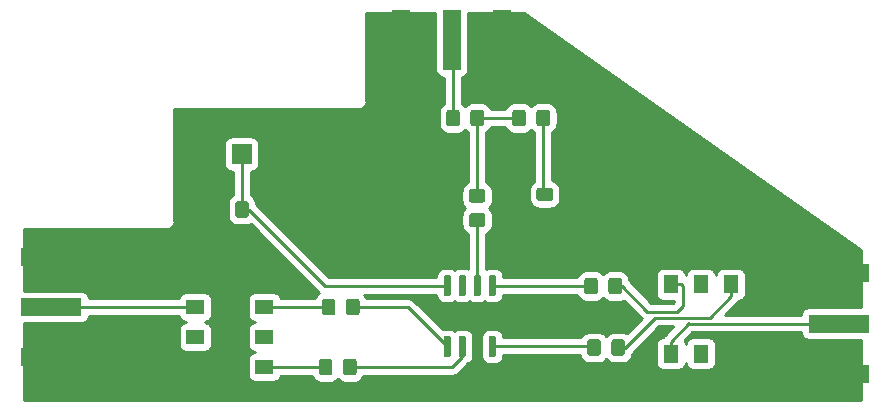
<source format=gbr>
G04 #@! TF.GenerationSoftware,KiCad,Pcbnew,(5.1.5)-3*
G04 #@! TF.CreationDate,2020-02-26T18:38:17-08:00*
G04 #@! TF.ProjectId,Rev0.1,52657630-2e31-42e6-9b69-6361645f7063,rev?*
G04 #@! TF.SameCoordinates,Original*
G04 #@! TF.FileFunction,Copper,L1,Top*
G04 #@! TF.FilePolarity,Positive*
%FSLAX46Y46*%
G04 Gerber Fmt 4.6, Leading zero omitted, Abs format (unit mm)*
G04 Created by KiCad (PCBNEW (5.1.5)-3) date 2020-02-26 18:38:17*
%MOMM*%
%LPD*%
G04 APERTURE LIST*
%ADD10C,0.100000*%
%ADD11R,5.080000X1.500000*%
%ADD12R,1.500000X5.080000*%
%ADD13R,1.520000X1.270000*%
%ADD14R,1.270000X1.520000*%
%ADD15R,1.700000X1.700000*%
%ADD16O,1.700000X1.700000*%
%ADD17C,0.800000*%
%ADD18C,0.250000*%
%ADD19C,0.254000*%
G04 APERTURE END LIST*
G04 #@! TA.AperFunction,SMDPad,CuDef*
D10*
G36*
X128383505Y-86296204D02*
G01*
X128407773Y-86299804D01*
X128431572Y-86305765D01*
X128454671Y-86314030D01*
X128476850Y-86324520D01*
X128497893Y-86337132D01*
X128517599Y-86351747D01*
X128535777Y-86368223D01*
X128552253Y-86386401D01*
X128566868Y-86406107D01*
X128579480Y-86427150D01*
X128589970Y-86449329D01*
X128598235Y-86472428D01*
X128604196Y-86496227D01*
X128607796Y-86520495D01*
X128609000Y-86544999D01*
X128609000Y-87445001D01*
X128607796Y-87469505D01*
X128604196Y-87493773D01*
X128598235Y-87517572D01*
X128589970Y-87540671D01*
X128579480Y-87562850D01*
X128566868Y-87583893D01*
X128552253Y-87603599D01*
X128535777Y-87621777D01*
X128517599Y-87638253D01*
X128497893Y-87652868D01*
X128476850Y-87665480D01*
X128454671Y-87675970D01*
X128431572Y-87684235D01*
X128407773Y-87690196D01*
X128383505Y-87693796D01*
X128359001Y-87695000D01*
X127708999Y-87695000D01*
X127684495Y-87693796D01*
X127660227Y-87690196D01*
X127636428Y-87684235D01*
X127613329Y-87675970D01*
X127591150Y-87665480D01*
X127570107Y-87652868D01*
X127550401Y-87638253D01*
X127532223Y-87621777D01*
X127515747Y-87603599D01*
X127501132Y-87583893D01*
X127488520Y-87562850D01*
X127478030Y-87540671D01*
X127469765Y-87517572D01*
X127463804Y-87493773D01*
X127460204Y-87469505D01*
X127459000Y-87445001D01*
X127459000Y-86544999D01*
X127460204Y-86520495D01*
X127463804Y-86496227D01*
X127469765Y-86472428D01*
X127478030Y-86449329D01*
X127488520Y-86427150D01*
X127501132Y-86406107D01*
X127515747Y-86386401D01*
X127532223Y-86368223D01*
X127550401Y-86351747D01*
X127570107Y-86337132D01*
X127591150Y-86324520D01*
X127613329Y-86314030D01*
X127636428Y-86305765D01*
X127660227Y-86299804D01*
X127684495Y-86296204D01*
X127708999Y-86295000D01*
X128359001Y-86295000D01*
X128383505Y-86296204D01*
G37*
G04 #@! TD.AperFunction*
G04 #@! TA.AperFunction,SMDPad,CuDef*
G36*
X126333505Y-86296204D02*
G01*
X126357773Y-86299804D01*
X126381572Y-86305765D01*
X126404671Y-86314030D01*
X126426850Y-86324520D01*
X126447893Y-86337132D01*
X126467599Y-86351747D01*
X126485777Y-86368223D01*
X126502253Y-86386401D01*
X126516868Y-86406107D01*
X126529480Y-86427150D01*
X126539970Y-86449329D01*
X126548235Y-86472428D01*
X126554196Y-86496227D01*
X126557796Y-86520495D01*
X126559000Y-86544999D01*
X126559000Y-87445001D01*
X126557796Y-87469505D01*
X126554196Y-87493773D01*
X126548235Y-87517572D01*
X126539970Y-87540671D01*
X126529480Y-87562850D01*
X126516868Y-87583893D01*
X126502253Y-87603599D01*
X126485777Y-87621777D01*
X126467599Y-87638253D01*
X126447893Y-87652868D01*
X126426850Y-87665480D01*
X126404671Y-87675970D01*
X126381572Y-87684235D01*
X126357773Y-87690196D01*
X126333505Y-87693796D01*
X126309001Y-87695000D01*
X125658999Y-87695000D01*
X125634495Y-87693796D01*
X125610227Y-87690196D01*
X125586428Y-87684235D01*
X125563329Y-87675970D01*
X125541150Y-87665480D01*
X125520107Y-87652868D01*
X125500401Y-87638253D01*
X125482223Y-87621777D01*
X125465747Y-87603599D01*
X125451132Y-87583893D01*
X125438520Y-87562850D01*
X125428030Y-87540671D01*
X125419765Y-87517572D01*
X125413804Y-87493773D01*
X125410204Y-87469505D01*
X125409000Y-87445001D01*
X125409000Y-86544999D01*
X125410204Y-86520495D01*
X125413804Y-86496227D01*
X125419765Y-86472428D01*
X125428030Y-86449329D01*
X125438520Y-86427150D01*
X125451132Y-86406107D01*
X125465747Y-86386401D01*
X125482223Y-86368223D01*
X125500401Y-86351747D01*
X125520107Y-86337132D01*
X125541150Y-86324520D01*
X125563329Y-86314030D01*
X125586428Y-86305765D01*
X125610227Y-86299804D01*
X125634495Y-86296204D01*
X125658999Y-86295000D01*
X126309001Y-86295000D01*
X126333505Y-86296204D01*
G37*
G04 #@! TD.AperFunction*
G04 #@! TA.AperFunction,SMDPad,CuDef*
G36*
X126079505Y-91376204D02*
G01*
X126103773Y-91379804D01*
X126127572Y-91385765D01*
X126150671Y-91394030D01*
X126172850Y-91404520D01*
X126193893Y-91417132D01*
X126213599Y-91431747D01*
X126231777Y-91448223D01*
X126248253Y-91466401D01*
X126262868Y-91486107D01*
X126275480Y-91507150D01*
X126285970Y-91529329D01*
X126294235Y-91552428D01*
X126300196Y-91576227D01*
X126303796Y-91600495D01*
X126305000Y-91624999D01*
X126305000Y-92525001D01*
X126303796Y-92549505D01*
X126300196Y-92573773D01*
X126294235Y-92597572D01*
X126285970Y-92620671D01*
X126275480Y-92642850D01*
X126262868Y-92663893D01*
X126248253Y-92683599D01*
X126231777Y-92701777D01*
X126213599Y-92718253D01*
X126193893Y-92732868D01*
X126172850Y-92745480D01*
X126150671Y-92755970D01*
X126127572Y-92764235D01*
X126103773Y-92770196D01*
X126079505Y-92773796D01*
X126055001Y-92775000D01*
X125404999Y-92775000D01*
X125380495Y-92773796D01*
X125356227Y-92770196D01*
X125332428Y-92764235D01*
X125309329Y-92755970D01*
X125287150Y-92745480D01*
X125266107Y-92732868D01*
X125246401Y-92718253D01*
X125228223Y-92701777D01*
X125211747Y-92683599D01*
X125197132Y-92663893D01*
X125184520Y-92642850D01*
X125174030Y-92620671D01*
X125165765Y-92597572D01*
X125159804Y-92573773D01*
X125156204Y-92549505D01*
X125155000Y-92525001D01*
X125155000Y-91624999D01*
X125156204Y-91600495D01*
X125159804Y-91576227D01*
X125165765Y-91552428D01*
X125174030Y-91529329D01*
X125184520Y-91507150D01*
X125197132Y-91486107D01*
X125211747Y-91466401D01*
X125228223Y-91448223D01*
X125246401Y-91431747D01*
X125266107Y-91417132D01*
X125287150Y-91404520D01*
X125309329Y-91394030D01*
X125332428Y-91385765D01*
X125356227Y-91379804D01*
X125380495Y-91376204D01*
X125404999Y-91375000D01*
X126055001Y-91375000D01*
X126079505Y-91376204D01*
G37*
G04 #@! TD.AperFunction*
G04 #@! TA.AperFunction,SMDPad,CuDef*
G36*
X128129505Y-91376204D02*
G01*
X128153773Y-91379804D01*
X128177572Y-91385765D01*
X128200671Y-91394030D01*
X128222850Y-91404520D01*
X128243893Y-91417132D01*
X128263599Y-91431747D01*
X128281777Y-91448223D01*
X128298253Y-91466401D01*
X128312868Y-91486107D01*
X128325480Y-91507150D01*
X128335970Y-91529329D01*
X128344235Y-91552428D01*
X128350196Y-91576227D01*
X128353796Y-91600495D01*
X128355000Y-91624999D01*
X128355000Y-92525001D01*
X128353796Y-92549505D01*
X128350196Y-92573773D01*
X128344235Y-92597572D01*
X128335970Y-92620671D01*
X128325480Y-92642850D01*
X128312868Y-92663893D01*
X128298253Y-92683599D01*
X128281777Y-92701777D01*
X128263599Y-92718253D01*
X128243893Y-92732868D01*
X128222850Y-92745480D01*
X128200671Y-92755970D01*
X128177572Y-92764235D01*
X128153773Y-92770196D01*
X128129505Y-92773796D01*
X128105001Y-92775000D01*
X127454999Y-92775000D01*
X127430495Y-92773796D01*
X127406227Y-92770196D01*
X127382428Y-92764235D01*
X127359329Y-92755970D01*
X127337150Y-92745480D01*
X127316107Y-92732868D01*
X127296401Y-92718253D01*
X127278223Y-92701777D01*
X127261747Y-92683599D01*
X127247132Y-92663893D01*
X127234520Y-92642850D01*
X127224030Y-92620671D01*
X127215765Y-92597572D01*
X127209804Y-92573773D01*
X127206204Y-92549505D01*
X127205000Y-92525001D01*
X127205000Y-91624999D01*
X127206204Y-91600495D01*
X127209804Y-91576227D01*
X127215765Y-91552428D01*
X127224030Y-91529329D01*
X127234520Y-91507150D01*
X127247132Y-91486107D01*
X127261747Y-91466401D01*
X127278223Y-91448223D01*
X127296401Y-91431747D01*
X127316107Y-91417132D01*
X127337150Y-91404520D01*
X127359329Y-91394030D01*
X127382428Y-91385765D01*
X127406227Y-91379804D01*
X127430495Y-91376204D01*
X127454999Y-91375000D01*
X128105001Y-91375000D01*
X128129505Y-91376204D01*
G37*
G04 #@! TD.AperFunction*
G04 #@! TA.AperFunction,SMDPad,CuDef*
G36*
X136856505Y-70294204D02*
G01*
X136880773Y-70297804D01*
X136904572Y-70303765D01*
X136927671Y-70312030D01*
X136949850Y-70322520D01*
X136970893Y-70335132D01*
X136990599Y-70349747D01*
X137008777Y-70366223D01*
X137025253Y-70384401D01*
X137039868Y-70404107D01*
X137052480Y-70425150D01*
X137062970Y-70447329D01*
X137071235Y-70470428D01*
X137077196Y-70494227D01*
X137080796Y-70518495D01*
X137082000Y-70542999D01*
X137082000Y-71443001D01*
X137080796Y-71467505D01*
X137077196Y-71491773D01*
X137071235Y-71515572D01*
X137062970Y-71538671D01*
X137052480Y-71560850D01*
X137039868Y-71581893D01*
X137025253Y-71601599D01*
X137008777Y-71619777D01*
X136990599Y-71636253D01*
X136970893Y-71650868D01*
X136949850Y-71663480D01*
X136927671Y-71673970D01*
X136904572Y-71682235D01*
X136880773Y-71688196D01*
X136856505Y-71691796D01*
X136832001Y-71693000D01*
X136181999Y-71693000D01*
X136157495Y-71691796D01*
X136133227Y-71688196D01*
X136109428Y-71682235D01*
X136086329Y-71673970D01*
X136064150Y-71663480D01*
X136043107Y-71650868D01*
X136023401Y-71636253D01*
X136005223Y-71619777D01*
X135988747Y-71601599D01*
X135974132Y-71581893D01*
X135961520Y-71560850D01*
X135951030Y-71538671D01*
X135942765Y-71515572D01*
X135936804Y-71491773D01*
X135933204Y-71467505D01*
X135932000Y-71443001D01*
X135932000Y-70542999D01*
X135933204Y-70518495D01*
X135936804Y-70494227D01*
X135942765Y-70470428D01*
X135951030Y-70447329D01*
X135961520Y-70425150D01*
X135974132Y-70404107D01*
X135988747Y-70384401D01*
X136005223Y-70366223D01*
X136023401Y-70349747D01*
X136043107Y-70335132D01*
X136064150Y-70322520D01*
X136086329Y-70312030D01*
X136109428Y-70303765D01*
X136133227Y-70297804D01*
X136157495Y-70294204D01*
X136181999Y-70293000D01*
X136832001Y-70293000D01*
X136856505Y-70294204D01*
G37*
G04 #@! TD.AperFunction*
G04 #@! TA.AperFunction,SMDPad,CuDef*
G36*
X138906505Y-70294204D02*
G01*
X138930773Y-70297804D01*
X138954572Y-70303765D01*
X138977671Y-70312030D01*
X138999850Y-70322520D01*
X139020893Y-70335132D01*
X139040599Y-70349747D01*
X139058777Y-70366223D01*
X139075253Y-70384401D01*
X139089868Y-70404107D01*
X139102480Y-70425150D01*
X139112970Y-70447329D01*
X139121235Y-70470428D01*
X139127196Y-70494227D01*
X139130796Y-70518495D01*
X139132000Y-70542999D01*
X139132000Y-71443001D01*
X139130796Y-71467505D01*
X139127196Y-71491773D01*
X139121235Y-71515572D01*
X139112970Y-71538671D01*
X139102480Y-71560850D01*
X139089868Y-71581893D01*
X139075253Y-71601599D01*
X139058777Y-71619777D01*
X139040599Y-71636253D01*
X139020893Y-71650868D01*
X138999850Y-71663480D01*
X138977671Y-71673970D01*
X138954572Y-71682235D01*
X138930773Y-71688196D01*
X138906505Y-71691796D01*
X138882001Y-71693000D01*
X138231999Y-71693000D01*
X138207495Y-71691796D01*
X138183227Y-71688196D01*
X138159428Y-71682235D01*
X138136329Y-71673970D01*
X138114150Y-71663480D01*
X138093107Y-71650868D01*
X138073401Y-71636253D01*
X138055223Y-71619777D01*
X138038747Y-71601599D01*
X138024132Y-71581893D01*
X138011520Y-71560850D01*
X138001030Y-71538671D01*
X137992765Y-71515572D01*
X137986804Y-71491773D01*
X137983204Y-71467505D01*
X137982000Y-71443001D01*
X137982000Y-70542999D01*
X137983204Y-70518495D01*
X137986804Y-70494227D01*
X137992765Y-70470428D01*
X138001030Y-70447329D01*
X138011520Y-70425150D01*
X138024132Y-70404107D01*
X138038747Y-70384401D01*
X138055223Y-70366223D01*
X138073401Y-70349747D01*
X138093107Y-70335132D01*
X138114150Y-70322520D01*
X138136329Y-70312030D01*
X138159428Y-70303765D01*
X138183227Y-70297804D01*
X138207495Y-70294204D01*
X138231999Y-70293000D01*
X138882001Y-70293000D01*
X138906505Y-70294204D01*
G37*
G04 #@! TD.AperFunction*
G04 #@! TA.AperFunction,SMDPad,CuDef*
G36*
X139031505Y-79055204D02*
G01*
X139055773Y-79058804D01*
X139079572Y-79064765D01*
X139102671Y-79073030D01*
X139124850Y-79083520D01*
X139145893Y-79096132D01*
X139165599Y-79110747D01*
X139183777Y-79127223D01*
X139200253Y-79145401D01*
X139214868Y-79165107D01*
X139227480Y-79186150D01*
X139237970Y-79208329D01*
X139246235Y-79231428D01*
X139252196Y-79255227D01*
X139255796Y-79279495D01*
X139257000Y-79303999D01*
X139257000Y-79954001D01*
X139255796Y-79978505D01*
X139252196Y-80002773D01*
X139246235Y-80026572D01*
X139237970Y-80049671D01*
X139227480Y-80071850D01*
X139214868Y-80092893D01*
X139200253Y-80112599D01*
X139183777Y-80130777D01*
X139165599Y-80147253D01*
X139145893Y-80161868D01*
X139124850Y-80174480D01*
X139102671Y-80184970D01*
X139079572Y-80193235D01*
X139055773Y-80199196D01*
X139031505Y-80202796D01*
X139007001Y-80204000D01*
X138106999Y-80204000D01*
X138082495Y-80202796D01*
X138058227Y-80199196D01*
X138034428Y-80193235D01*
X138011329Y-80184970D01*
X137989150Y-80174480D01*
X137968107Y-80161868D01*
X137948401Y-80147253D01*
X137930223Y-80130777D01*
X137913747Y-80112599D01*
X137899132Y-80092893D01*
X137886520Y-80071850D01*
X137876030Y-80049671D01*
X137867765Y-80026572D01*
X137861804Y-80002773D01*
X137858204Y-79978505D01*
X137857000Y-79954001D01*
X137857000Y-79303999D01*
X137858204Y-79279495D01*
X137861804Y-79255227D01*
X137867765Y-79231428D01*
X137876030Y-79208329D01*
X137886520Y-79186150D01*
X137899132Y-79165107D01*
X137913747Y-79145401D01*
X137930223Y-79127223D01*
X137948401Y-79110747D01*
X137968107Y-79096132D01*
X137989150Y-79083520D01*
X138011329Y-79073030D01*
X138034428Y-79064765D01*
X138058227Y-79058804D01*
X138082495Y-79055204D01*
X138106999Y-79054000D01*
X139007001Y-79054000D01*
X139031505Y-79055204D01*
G37*
G04 #@! TD.AperFunction*
G04 #@! TA.AperFunction,SMDPad,CuDef*
G36*
X139031505Y-77005204D02*
G01*
X139055773Y-77008804D01*
X139079572Y-77014765D01*
X139102671Y-77023030D01*
X139124850Y-77033520D01*
X139145893Y-77046132D01*
X139165599Y-77060747D01*
X139183777Y-77077223D01*
X139200253Y-77095401D01*
X139214868Y-77115107D01*
X139227480Y-77136150D01*
X139237970Y-77158329D01*
X139246235Y-77181428D01*
X139252196Y-77205227D01*
X139255796Y-77229495D01*
X139257000Y-77253999D01*
X139257000Y-77904001D01*
X139255796Y-77928505D01*
X139252196Y-77952773D01*
X139246235Y-77976572D01*
X139237970Y-77999671D01*
X139227480Y-78021850D01*
X139214868Y-78042893D01*
X139200253Y-78062599D01*
X139183777Y-78080777D01*
X139165599Y-78097253D01*
X139145893Y-78111868D01*
X139124850Y-78124480D01*
X139102671Y-78134970D01*
X139079572Y-78143235D01*
X139055773Y-78149196D01*
X139031505Y-78152796D01*
X139007001Y-78154000D01*
X138106999Y-78154000D01*
X138082495Y-78152796D01*
X138058227Y-78149196D01*
X138034428Y-78143235D01*
X138011329Y-78134970D01*
X137989150Y-78124480D01*
X137968107Y-78111868D01*
X137948401Y-78097253D01*
X137930223Y-78080777D01*
X137913747Y-78062599D01*
X137899132Y-78042893D01*
X137886520Y-78021850D01*
X137876030Y-77999671D01*
X137867765Y-77976572D01*
X137861804Y-77952773D01*
X137858204Y-77928505D01*
X137857000Y-77904001D01*
X137857000Y-77253999D01*
X137858204Y-77229495D01*
X137861804Y-77205227D01*
X137867765Y-77181428D01*
X137876030Y-77158329D01*
X137886520Y-77136150D01*
X137899132Y-77115107D01*
X137913747Y-77095401D01*
X137930223Y-77077223D01*
X137948401Y-77060747D01*
X137968107Y-77046132D01*
X137989150Y-77033520D01*
X138011329Y-77023030D01*
X138034428Y-77014765D01*
X138058227Y-77008804D01*
X138082495Y-77005204D01*
X138106999Y-77004000D01*
X139007001Y-77004000D01*
X139031505Y-77005204D01*
G37*
G04 #@! TD.AperFunction*
G04 #@! TA.AperFunction,SMDPad,CuDef*
G36*
X148540505Y-84518204D02*
G01*
X148564773Y-84521804D01*
X148588572Y-84527765D01*
X148611671Y-84536030D01*
X148633850Y-84546520D01*
X148654893Y-84559132D01*
X148674599Y-84573747D01*
X148692777Y-84590223D01*
X148709253Y-84608401D01*
X148723868Y-84628107D01*
X148736480Y-84649150D01*
X148746970Y-84671329D01*
X148755235Y-84694428D01*
X148761196Y-84718227D01*
X148764796Y-84742495D01*
X148766000Y-84766999D01*
X148766000Y-85667001D01*
X148764796Y-85691505D01*
X148761196Y-85715773D01*
X148755235Y-85739572D01*
X148746970Y-85762671D01*
X148736480Y-85784850D01*
X148723868Y-85805893D01*
X148709253Y-85825599D01*
X148692777Y-85843777D01*
X148674599Y-85860253D01*
X148654893Y-85874868D01*
X148633850Y-85887480D01*
X148611671Y-85897970D01*
X148588572Y-85906235D01*
X148564773Y-85912196D01*
X148540505Y-85915796D01*
X148516001Y-85917000D01*
X147865999Y-85917000D01*
X147841495Y-85915796D01*
X147817227Y-85912196D01*
X147793428Y-85906235D01*
X147770329Y-85897970D01*
X147748150Y-85887480D01*
X147727107Y-85874868D01*
X147707401Y-85860253D01*
X147689223Y-85843777D01*
X147672747Y-85825599D01*
X147658132Y-85805893D01*
X147645520Y-85784850D01*
X147635030Y-85762671D01*
X147626765Y-85739572D01*
X147620804Y-85715773D01*
X147617204Y-85691505D01*
X147616000Y-85667001D01*
X147616000Y-84766999D01*
X147617204Y-84742495D01*
X147620804Y-84718227D01*
X147626765Y-84694428D01*
X147635030Y-84671329D01*
X147645520Y-84649150D01*
X147658132Y-84628107D01*
X147672747Y-84608401D01*
X147689223Y-84590223D01*
X147707401Y-84573747D01*
X147727107Y-84559132D01*
X147748150Y-84546520D01*
X147770329Y-84536030D01*
X147793428Y-84527765D01*
X147817227Y-84521804D01*
X147841495Y-84518204D01*
X147865999Y-84517000D01*
X148516001Y-84517000D01*
X148540505Y-84518204D01*
G37*
G04 #@! TD.AperFunction*
G04 #@! TA.AperFunction,SMDPad,CuDef*
G36*
X150590505Y-84518204D02*
G01*
X150614773Y-84521804D01*
X150638572Y-84527765D01*
X150661671Y-84536030D01*
X150683850Y-84546520D01*
X150704893Y-84559132D01*
X150724599Y-84573747D01*
X150742777Y-84590223D01*
X150759253Y-84608401D01*
X150773868Y-84628107D01*
X150786480Y-84649150D01*
X150796970Y-84671329D01*
X150805235Y-84694428D01*
X150811196Y-84718227D01*
X150814796Y-84742495D01*
X150816000Y-84766999D01*
X150816000Y-85667001D01*
X150814796Y-85691505D01*
X150811196Y-85715773D01*
X150805235Y-85739572D01*
X150796970Y-85762671D01*
X150786480Y-85784850D01*
X150773868Y-85805893D01*
X150759253Y-85825599D01*
X150742777Y-85843777D01*
X150724599Y-85860253D01*
X150704893Y-85874868D01*
X150683850Y-85887480D01*
X150661671Y-85897970D01*
X150638572Y-85906235D01*
X150614773Y-85912196D01*
X150590505Y-85915796D01*
X150566001Y-85917000D01*
X149915999Y-85917000D01*
X149891495Y-85915796D01*
X149867227Y-85912196D01*
X149843428Y-85906235D01*
X149820329Y-85897970D01*
X149798150Y-85887480D01*
X149777107Y-85874868D01*
X149757401Y-85860253D01*
X149739223Y-85843777D01*
X149722747Y-85825599D01*
X149708132Y-85805893D01*
X149695520Y-85784850D01*
X149685030Y-85762671D01*
X149676765Y-85739572D01*
X149670804Y-85715773D01*
X149667204Y-85691505D01*
X149666000Y-85667001D01*
X149666000Y-84766999D01*
X149667204Y-84742495D01*
X149670804Y-84718227D01*
X149676765Y-84694428D01*
X149685030Y-84671329D01*
X149695520Y-84649150D01*
X149708132Y-84628107D01*
X149722747Y-84608401D01*
X149739223Y-84590223D01*
X149757401Y-84573747D01*
X149777107Y-84559132D01*
X149798150Y-84546520D01*
X149820329Y-84536030D01*
X149843428Y-84527765D01*
X149867227Y-84521804D01*
X149891495Y-84518204D01*
X149915999Y-84517000D01*
X150566001Y-84517000D01*
X150590505Y-84518204D01*
G37*
G04 #@! TD.AperFunction*
G04 #@! TA.AperFunction,SMDPad,CuDef*
G36*
X150844505Y-89725204D02*
G01*
X150868773Y-89728804D01*
X150892572Y-89734765D01*
X150915671Y-89743030D01*
X150937850Y-89753520D01*
X150958893Y-89766132D01*
X150978599Y-89780747D01*
X150996777Y-89797223D01*
X151013253Y-89815401D01*
X151027868Y-89835107D01*
X151040480Y-89856150D01*
X151050970Y-89878329D01*
X151059235Y-89901428D01*
X151065196Y-89925227D01*
X151068796Y-89949495D01*
X151070000Y-89973999D01*
X151070000Y-90874001D01*
X151068796Y-90898505D01*
X151065196Y-90922773D01*
X151059235Y-90946572D01*
X151050970Y-90969671D01*
X151040480Y-90991850D01*
X151027868Y-91012893D01*
X151013253Y-91032599D01*
X150996777Y-91050777D01*
X150978599Y-91067253D01*
X150958893Y-91081868D01*
X150937850Y-91094480D01*
X150915671Y-91104970D01*
X150892572Y-91113235D01*
X150868773Y-91119196D01*
X150844505Y-91122796D01*
X150820001Y-91124000D01*
X150169999Y-91124000D01*
X150145495Y-91122796D01*
X150121227Y-91119196D01*
X150097428Y-91113235D01*
X150074329Y-91104970D01*
X150052150Y-91094480D01*
X150031107Y-91081868D01*
X150011401Y-91067253D01*
X149993223Y-91050777D01*
X149976747Y-91032599D01*
X149962132Y-91012893D01*
X149949520Y-90991850D01*
X149939030Y-90969671D01*
X149930765Y-90946572D01*
X149924804Y-90922773D01*
X149921204Y-90898505D01*
X149920000Y-90874001D01*
X149920000Y-89973999D01*
X149921204Y-89949495D01*
X149924804Y-89925227D01*
X149930765Y-89901428D01*
X149939030Y-89878329D01*
X149949520Y-89856150D01*
X149962132Y-89835107D01*
X149976747Y-89815401D01*
X149993223Y-89797223D01*
X150011401Y-89780747D01*
X150031107Y-89766132D01*
X150052150Y-89753520D01*
X150074329Y-89743030D01*
X150097428Y-89734765D01*
X150121227Y-89728804D01*
X150145495Y-89725204D01*
X150169999Y-89724000D01*
X150820001Y-89724000D01*
X150844505Y-89725204D01*
G37*
G04 #@! TD.AperFunction*
G04 #@! TA.AperFunction,SMDPad,CuDef*
G36*
X148794505Y-89725204D02*
G01*
X148818773Y-89728804D01*
X148842572Y-89734765D01*
X148865671Y-89743030D01*
X148887850Y-89753520D01*
X148908893Y-89766132D01*
X148928599Y-89780747D01*
X148946777Y-89797223D01*
X148963253Y-89815401D01*
X148977868Y-89835107D01*
X148990480Y-89856150D01*
X149000970Y-89878329D01*
X149009235Y-89901428D01*
X149015196Y-89925227D01*
X149018796Y-89949495D01*
X149020000Y-89973999D01*
X149020000Y-90874001D01*
X149018796Y-90898505D01*
X149015196Y-90922773D01*
X149009235Y-90946572D01*
X149000970Y-90969671D01*
X148990480Y-90991850D01*
X148977868Y-91012893D01*
X148963253Y-91032599D01*
X148946777Y-91050777D01*
X148928599Y-91067253D01*
X148908893Y-91081868D01*
X148887850Y-91094480D01*
X148865671Y-91104970D01*
X148842572Y-91113235D01*
X148818773Y-91119196D01*
X148794505Y-91122796D01*
X148770001Y-91124000D01*
X148119999Y-91124000D01*
X148095495Y-91122796D01*
X148071227Y-91119196D01*
X148047428Y-91113235D01*
X148024329Y-91104970D01*
X148002150Y-91094480D01*
X147981107Y-91081868D01*
X147961401Y-91067253D01*
X147943223Y-91050777D01*
X147926747Y-91032599D01*
X147912132Y-91012893D01*
X147899520Y-90991850D01*
X147889030Y-90969671D01*
X147880765Y-90946572D01*
X147874804Y-90922773D01*
X147871204Y-90898505D01*
X147870000Y-90874001D01*
X147870000Y-89973999D01*
X147871204Y-89949495D01*
X147874804Y-89925227D01*
X147880765Y-89901428D01*
X147889030Y-89878329D01*
X147899520Y-89856150D01*
X147912132Y-89835107D01*
X147926747Y-89815401D01*
X147943223Y-89797223D01*
X147961401Y-89780747D01*
X147981107Y-89766132D01*
X148002150Y-89753520D01*
X148024329Y-89743030D01*
X148047428Y-89734765D01*
X148071227Y-89728804D01*
X148095495Y-89725204D01*
X148119999Y-89724000D01*
X148770001Y-89724000D01*
X148794505Y-89725204D01*
G37*
G04 #@! TD.AperFunction*
D11*
X102489000Y-82745000D03*
X102489000Y-91245000D03*
X102489000Y-86995000D03*
D12*
X140648000Y-64389000D03*
X132148000Y-64389000D03*
X136398000Y-64389000D03*
D11*
X169164000Y-88392000D03*
X169164000Y-84142000D03*
X169164000Y-92642000D03*
G04 #@! TA.AperFunction,SMDPad,CuDef*
D10*
G36*
X144494505Y-70294204D02*
G01*
X144518773Y-70297804D01*
X144542572Y-70303765D01*
X144565671Y-70312030D01*
X144587850Y-70322520D01*
X144608893Y-70335132D01*
X144628599Y-70349747D01*
X144646777Y-70366223D01*
X144663253Y-70384401D01*
X144677868Y-70404107D01*
X144690480Y-70425150D01*
X144700970Y-70447329D01*
X144709235Y-70470428D01*
X144715196Y-70494227D01*
X144718796Y-70518495D01*
X144720000Y-70542999D01*
X144720000Y-71443001D01*
X144718796Y-71467505D01*
X144715196Y-71491773D01*
X144709235Y-71515572D01*
X144700970Y-71538671D01*
X144690480Y-71560850D01*
X144677868Y-71581893D01*
X144663253Y-71601599D01*
X144646777Y-71619777D01*
X144628599Y-71636253D01*
X144608893Y-71650868D01*
X144587850Y-71663480D01*
X144565671Y-71673970D01*
X144542572Y-71682235D01*
X144518773Y-71688196D01*
X144494505Y-71691796D01*
X144470001Y-71693000D01*
X143819999Y-71693000D01*
X143795495Y-71691796D01*
X143771227Y-71688196D01*
X143747428Y-71682235D01*
X143724329Y-71673970D01*
X143702150Y-71663480D01*
X143681107Y-71650868D01*
X143661401Y-71636253D01*
X143643223Y-71619777D01*
X143626747Y-71601599D01*
X143612132Y-71581893D01*
X143599520Y-71560850D01*
X143589030Y-71538671D01*
X143580765Y-71515572D01*
X143574804Y-71491773D01*
X143571204Y-71467505D01*
X143570000Y-71443001D01*
X143570000Y-70542999D01*
X143571204Y-70518495D01*
X143574804Y-70494227D01*
X143580765Y-70470428D01*
X143589030Y-70447329D01*
X143599520Y-70425150D01*
X143612132Y-70404107D01*
X143626747Y-70384401D01*
X143643223Y-70366223D01*
X143661401Y-70349747D01*
X143681107Y-70335132D01*
X143702150Y-70322520D01*
X143724329Y-70312030D01*
X143747428Y-70303765D01*
X143771227Y-70297804D01*
X143795495Y-70294204D01*
X143819999Y-70293000D01*
X144470001Y-70293000D01*
X144494505Y-70294204D01*
G37*
G04 #@! TD.AperFunction*
G04 #@! TA.AperFunction,SMDPad,CuDef*
G36*
X142444505Y-70294204D02*
G01*
X142468773Y-70297804D01*
X142492572Y-70303765D01*
X142515671Y-70312030D01*
X142537850Y-70322520D01*
X142558893Y-70335132D01*
X142578599Y-70349747D01*
X142596777Y-70366223D01*
X142613253Y-70384401D01*
X142627868Y-70404107D01*
X142640480Y-70425150D01*
X142650970Y-70447329D01*
X142659235Y-70470428D01*
X142665196Y-70494227D01*
X142668796Y-70518495D01*
X142670000Y-70542999D01*
X142670000Y-71443001D01*
X142668796Y-71467505D01*
X142665196Y-71491773D01*
X142659235Y-71515572D01*
X142650970Y-71538671D01*
X142640480Y-71560850D01*
X142627868Y-71581893D01*
X142613253Y-71601599D01*
X142596777Y-71619777D01*
X142578599Y-71636253D01*
X142558893Y-71650868D01*
X142537850Y-71663480D01*
X142515671Y-71673970D01*
X142492572Y-71682235D01*
X142468773Y-71688196D01*
X142444505Y-71691796D01*
X142420001Y-71693000D01*
X141769999Y-71693000D01*
X141745495Y-71691796D01*
X141721227Y-71688196D01*
X141697428Y-71682235D01*
X141674329Y-71673970D01*
X141652150Y-71663480D01*
X141631107Y-71650868D01*
X141611401Y-71636253D01*
X141593223Y-71619777D01*
X141576747Y-71601599D01*
X141562132Y-71581893D01*
X141549520Y-71560850D01*
X141539030Y-71538671D01*
X141530765Y-71515572D01*
X141524804Y-71491773D01*
X141521204Y-71467505D01*
X141520000Y-71443001D01*
X141520000Y-70542999D01*
X141521204Y-70518495D01*
X141524804Y-70494227D01*
X141530765Y-70470428D01*
X141539030Y-70447329D01*
X141549520Y-70425150D01*
X141562132Y-70404107D01*
X141576747Y-70384401D01*
X141593223Y-70366223D01*
X141611401Y-70349747D01*
X141631107Y-70335132D01*
X141652150Y-70322520D01*
X141674329Y-70312030D01*
X141697428Y-70303765D01*
X141721227Y-70297804D01*
X141745495Y-70294204D01*
X141769999Y-70293000D01*
X142420001Y-70293000D01*
X142444505Y-70294204D01*
G37*
G04 #@! TD.AperFunction*
G04 #@! TA.AperFunction,SMDPad,CuDef*
G36*
X144746505Y-76878204D02*
G01*
X144770773Y-76881804D01*
X144794572Y-76887765D01*
X144817671Y-76896030D01*
X144839850Y-76906520D01*
X144860893Y-76919132D01*
X144880599Y-76933747D01*
X144898777Y-76950223D01*
X144915253Y-76968401D01*
X144929868Y-76988107D01*
X144942480Y-77009150D01*
X144952970Y-77031329D01*
X144961235Y-77054428D01*
X144967196Y-77078227D01*
X144970796Y-77102495D01*
X144972000Y-77126999D01*
X144972000Y-77777001D01*
X144970796Y-77801505D01*
X144967196Y-77825773D01*
X144961235Y-77849572D01*
X144952970Y-77872671D01*
X144942480Y-77894850D01*
X144929868Y-77915893D01*
X144915253Y-77935599D01*
X144898777Y-77953777D01*
X144880599Y-77970253D01*
X144860893Y-77984868D01*
X144839850Y-77997480D01*
X144817671Y-78007970D01*
X144794572Y-78016235D01*
X144770773Y-78022196D01*
X144746505Y-78025796D01*
X144722001Y-78027000D01*
X143821999Y-78027000D01*
X143797495Y-78025796D01*
X143773227Y-78022196D01*
X143749428Y-78016235D01*
X143726329Y-78007970D01*
X143704150Y-77997480D01*
X143683107Y-77984868D01*
X143663401Y-77970253D01*
X143645223Y-77953777D01*
X143628747Y-77935599D01*
X143614132Y-77915893D01*
X143601520Y-77894850D01*
X143591030Y-77872671D01*
X143582765Y-77849572D01*
X143576804Y-77825773D01*
X143573204Y-77801505D01*
X143572000Y-77777001D01*
X143572000Y-77126999D01*
X143573204Y-77102495D01*
X143576804Y-77078227D01*
X143582765Y-77054428D01*
X143591030Y-77031329D01*
X143601520Y-77009150D01*
X143614132Y-76988107D01*
X143628747Y-76968401D01*
X143645223Y-76950223D01*
X143663401Y-76933747D01*
X143683107Y-76919132D01*
X143704150Y-76906520D01*
X143726329Y-76896030D01*
X143749428Y-76887765D01*
X143773227Y-76881804D01*
X143797495Y-76878204D01*
X143821999Y-76877000D01*
X144722001Y-76877000D01*
X144746505Y-76878204D01*
G37*
G04 #@! TD.AperFunction*
G04 #@! TA.AperFunction,SMDPad,CuDef*
G36*
X144746505Y-78928204D02*
G01*
X144770773Y-78931804D01*
X144794572Y-78937765D01*
X144817671Y-78946030D01*
X144839850Y-78956520D01*
X144860893Y-78969132D01*
X144880599Y-78983747D01*
X144898777Y-79000223D01*
X144915253Y-79018401D01*
X144929868Y-79038107D01*
X144942480Y-79059150D01*
X144952970Y-79081329D01*
X144961235Y-79104428D01*
X144967196Y-79128227D01*
X144970796Y-79152495D01*
X144972000Y-79176999D01*
X144972000Y-79827001D01*
X144970796Y-79851505D01*
X144967196Y-79875773D01*
X144961235Y-79899572D01*
X144952970Y-79922671D01*
X144942480Y-79944850D01*
X144929868Y-79965893D01*
X144915253Y-79985599D01*
X144898777Y-80003777D01*
X144880599Y-80020253D01*
X144860893Y-80034868D01*
X144839850Y-80047480D01*
X144817671Y-80057970D01*
X144794572Y-80066235D01*
X144770773Y-80072196D01*
X144746505Y-80075796D01*
X144722001Y-80077000D01*
X143821999Y-80077000D01*
X143797495Y-80075796D01*
X143773227Y-80072196D01*
X143749428Y-80066235D01*
X143726329Y-80057970D01*
X143704150Y-80047480D01*
X143683107Y-80034868D01*
X143663401Y-80020253D01*
X143645223Y-80003777D01*
X143628747Y-79985599D01*
X143614132Y-79965893D01*
X143601520Y-79944850D01*
X143591030Y-79922671D01*
X143582765Y-79899572D01*
X143576804Y-79875773D01*
X143573204Y-79851505D01*
X143572000Y-79827001D01*
X143572000Y-79176999D01*
X143573204Y-79152495D01*
X143576804Y-79128227D01*
X143582765Y-79104428D01*
X143591030Y-79081329D01*
X143601520Y-79059150D01*
X143614132Y-79038107D01*
X143628747Y-79018401D01*
X143645223Y-79000223D01*
X143663401Y-78983747D01*
X143683107Y-78969132D01*
X143704150Y-78956520D01*
X143726329Y-78946030D01*
X143749428Y-78937765D01*
X143773227Y-78931804D01*
X143797495Y-78928204D01*
X143821999Y-78927000D01*
X144722001Y-78927000D01*
X144746505Y-78928204D01*
G37*
G04 #@! TD.AperFunction*
D13*
X114681000Y-86995000D03*
X120531000Y-86995000D03*
X114681000Y-89535000D03*
X120531000Y-89535000D03*
X114681000Y-92075000D03*
X120531000Y-92075000D03*
D14*
X160020000Y-85082000D03*
X160020000Y-90932000D03*
X157480000Y-85082000D03*
X157480000Y-90932000D03*
X154940000Y-85082000D03*
X154940000Y-90932000D03*
G04 #@! TA.AperFunction,SMDPad,CuDef*
D10*
G36*
X136181703Y-89457722D02*
G01*
X136196264Y-89459882D01*
X136210543Y-89463459D01*
X136224403Y-89468418D01*
X136237710Y-89474712D01*
X136250336Y-89482280D01*
X136262159Y-89491048D01*
X136273066Y-89500934D01*
X136282952Y-89511841D01*
X136291720Y-89523664D01*
X136299288Y-89536290D01*
X136305582Y-89549597D01*
X136310541Y-89563457D01*
X136314118Y-89577736D01*
X136316278Y-89592297D01*
X136317000Y-89607000D01*
X136317000Y-91057000D01*
X136316278Y-91071703D01*
X136314118Y-91086264D01*
X136310541Y-91100543D01*
X136305582Y-91114403D01*
X136299288Y-91127710D01*
X136291720Y-91140336D01*
X136282952Y-91152159D01*
X136273066Y-91163066D01*
X136262159Y-91172952D01*
X136250336Y-91181720D01*
X136237710Y-91189288D01*
X136224403Y-91195582D01*
X136210543Y-91200541D01*
X136196264Y-91204118D01*
X136181703Y-91206278D01*
X136167000Y-91207000D01*
X135867000Y-91207000D01*
X135852297Y-91206278D01*
X135837736Y-91204118D01*
X135823457Y-91200541D01*
X135809597Y-91195582D01*
X135796290Y-91189288D01*
X135783664Y-91181720D01*
X135771841Y-91172952D01*
X135760934Y-91163066D01*
X135751048Y-91152159D01*
X135742280Y-91140336D01*
X135734712Y-91127710D01*
X135728418Y-91114403D01*
X135723459Y-91100543D01*
X135719882Y-91086264D01*
X135717722Y-91071703D01*
X135717000Y-91057000D01*
X135717000Y-89607000D01*
X135717722Y-89592297D01*
X135719882Y-89577736D01*
X135723459Y-89563457D01*
X135728418Y-89549597D01*
X135734712Y-89536290D01*
X135742280Y-89523664D01*
X135751048Y-89511841D01*
X135760934Y-89500934D01*
X135771841Y-89491048D01*
X135783664Y-89482280D01*
X135796290Y-89474712D01*
X135809597Y-89468418D01*
X135823457Y-89463459D01*
X135837736Y-89459882D01*
X135852297Y-89457722D01*
X135867000Y-89457000D01*
X136167000Y-89457000D01*
X136181703Y-89457722D01*
G37*
G04 #@! TD.AperFunction*
G04 #@! TA.AperFunction,SMDPad,CuDef*
G36*
X137451703Y-89457722D02*
G01*
X137466264Y-89459882D01*
X137480543Y-89463459D01*
X137494403Y-89468418D01*
X137507710Y-89474712D01*
X137520336Y-89482280D01*
X137532159Y-89491048D01*
X137543066Y-89500934D01*
X137552952Y-89511841D01*
X137561720Y-89523664D01*
X137569288Y-89536290D01*
X137575582Y-89549597D01*
X137580541Y-89563457D01*
X137584118Y-89577736D01*
X137586278Y-89592297D01*
X137587000Y-89607000D01*
X137587000Y-91057000D01*
X137586278Y-91071703D01*
X137584118Y-91086264D01*
X137580541Y-91100543D01*
X137575582Y-91114403D01*
X137569288Y-91127710D01*
X137561720Y-91140336D01*
X137552952Y-91152159D01*
X137543066Y-91163066D01*
X137532159Y-91172952D01*
X137520336Y-91181720D01*
X137507710Y-91189288D01*
X137494403Y-91195582D01*
X137480543Y-91200541D01*
X137466264Y-91204118D01*
X137451703Y-91206278D01*
X137437000Y-91207000D01*
X137137000Y-91207000D01*
X137122297Y-91206278D01*
X137107736Y-91204118D01*
X137093457Y-91200541D01*
X137079597Y-91195582D01*
X137066290Y-91189288D01*
X137053664Y-91181720D01*
X137041841Y-91172952D01*
X137030934Y-91163066D01*
X137021048Y-91152159D01*
X137012280Y-91140336D01*
X137004712Y-91127710D01*
X136998418Y-91114403D01*
X136993459Y-91100543D01*
X136989882Y-91086264D01*
X136987722Y-91071703D01*
X136987000Y-91057000D01*
X136987000Y-89607000D01*
X136987722Y-89592297D01*
X136989882Y-89577736D01*
X136993459Y-89563457D01*
X136998418Y-89549597D01*
X137004712Y-89536290D01*
X137012280Y-89523664D01*
X137021048Y-89511841D01*
X137030934Y-89500934D01*
X137041841Y-89491048D01*
X137053664Y-89482280D01*
X137066290Y-89474712D01*
X137079597Y-89468418D01*
X137093457Y-89463459D01*
X137107736Y-89459882D01*
X137122297Y-89457722D01*
X137137000Y-89457000D01*
X137437000Y-89457000D01*
X137451703Y-89457722D01*
G37*
G04 #@! TD.AperFunction*
G04 #@! TA.AperFunction,SMDPad,CuDef*
G36*
X138721703Y-89457722D02*
G01*
X138736264Y-89459882D01*
X138750543Y-89463459D01*
X138764403Y-89468418D01*
X138777710Y-89474712D01*
X138790336Y-89482280D01*
X138802159Y-89491048D01*
X138813066Y-89500934D01*
X138822952Y-89511841D01*
X138831720Y-89523664D01*
X138839288Y-89536290D01*
X138845582Y-89549597D01*
X138850541Y-89563457D01*
X138854118Y-89577736D01*
X138856278Y-89592297D01*
X138857000Y-89607000D01*
X138857000Y-91057000D01*
X138856278Y-91071703D01*
X138854118Y-91086264D01*
X138850541Y-91100543D01*
X138845582Y-91114403D01*
X138839288Y-91127710D01*
X138831720Y-91140336D01*
X138822952Y-91152159D01*
X138813066Y-91163066D01*
X138802159Y-91172952D01*
X138790336Y-91181720D01*
X138777710Y-91189288D01*
X138764403Y-91195582D01*
X138750543Y-91200541D01*
X138736264Y-91204118D01*
X138721703Y-91206278D01*
X138707000Y-91207000D01*
X138407000Y-91207000D01*
X138392297Y-91206278D01*
X138377736Y-91204118D01*
X138363457Y-91200541D01*
X138349597Y-91195582D01*
X138336290Y-91189288D01*
X138323664Y-91181720D01*
X138311841Y-91172952D01*
X138300934Y-91163066D01*
X138291048Y-91152159D01*
X138282280Y-91140336D01*
X138274712Y-91127710D01*
X138268418Y-91114403D01*
X138263459Y-91100543D01*
X138259882Y-91086264D01*
X138257722Y-91071703D01*
X138257000Y-91057000D01*
X138257000Y-89607000D01*
X138257722Y-89592297D01*
X138259882Y-89577736D01*
X138263459Y-89563457D01*
X138268418Y-89549597D01*
X138274712Y-89536290D01*
X138282280Y-89523664D01*
X138291048Y-89511841D01*
X138300934Y-89500934D01*
X138311841Y-89491048D01*
X138323664Y-89482280D01*
X138336290Y-89474712D01*
X138349597Y-89468418D01*
X138363457Y-89463459D01*
X138377736Y-89459882D01*
X138392297Y-89457722D01*
X138407000Y-89457000D01*
X138707000Y-89457000D01*
X138721703Y-89457722D01*
G37*
G04 #@! TD.AperFunction*
G04 #@! TA.AperFunction,SMDPad,CuDef*
G36*
X139991703Y-89457722D02*
G01*
X140006264Y-89459882D01*
X140020543Y-89463459D01*
X140034403Y-89468418D01*
X140047710Y-89474712D01*
X140060336Y-89482280D01*
X140072159Y-89491048D01*
X140083066Y-89500934D01*
X140092952Y-89511841D01*
X140101720Y-89523664D01*
X140109288Y-89536290D01*
X140115582Y-89549597D01*
X140120541Y-89563457D01*
X140124118Y-89577736D01*
X140126278Y-89592297D01*
X140127000Y-89607000D01*
X140127000Y-91057000D01*
X140126278Y-91071703D01*
X140124118Y-91086264D01*
X140120541Y-91100543D01*
X140115582Y-91114403D01*
X140109288Y-91127710D01*
X140101720Y-91140336D01*
X140092952Y-91152159D01*
X140083066Y-91163066D01*
X140072159Y-91172952D01*
X140060336Y-91181720D01*
X140047710Y-91189288D01*
X140034403Y-91195582D01*
X140020543Y-91200541D01*
X140006264Y-91204118D01*
X139991703Y-91206278D01*
X139977000Y-91207000D01*
X139677000Y-91207000D01*
X139662297Y-91206278D01*
X139647736Y-91204118D01*
X139633457Y-91200541D01*
X139619597Y-91195582D01*
X139606290Y-91189288D01*
X139593664Y-91181720D01*
X139581841Y-91172952D01*
X139570934Y-91163066D01*
X139561048Y-91152159D01*
X139552280Y-91140336D01*
X139544712Y-91127710D01*
X139538418Y-91114403D01*
X139533459Y-91100543D01*
X139529882Y-91086264D01*
X139527722Y-91071703D01*
X139527000Y-91057000D01*
X139527000Y-89607000D01*
X139527722Y-89592297D01*
X139529882Y-89577736D01*
X139533459Y-89563457D01*
X139538418Y-89549597D01*
X139544712Y-89536290D01*
X139552280Y-89523664D01*
X139561048Y-89511841D01*
X139570934Y-89500934D01*
X139581841Y-89491048D01*
X139593664Y-89482280D01*
X139606290Y-89474712D01*
X139619597Y-89468418D01*
X139633457Y-89463459D01*
X139647736Y-89459882D01*
X139662297Y-89457722D01*
X139677000Y-89457000D01*
X139977000Y-89457000D01*
X139991703Y-89457722D01*
G37*
G04 #@! TD.AperFunction*
G04 #@! TA.AperFunction,SMDPad,CuDef*
G36*
X139991703Y-84307722D02*
G01*
X140006264Y-84309882D01*
X140020543Y-84313459D01*
X140034403Y-84318418D01*
X140047710Y-84324712D01*
X140060336Y-84332280D01*
X140072159Y-84341048D01*
X140083066Y-84350934D01*
X140092952Y-84361841D01*
X140101720Y-84373664D01*
X140109288Y-84386290D01*
X140115582Y-84399597D01*
X140120541Y-84413457D01*
X140124118Y-84427736D01*
X140126278Y-84442297D01*
X140127000Y-84457000D01*
X140127000Y-85907000D01*
X140126278Y-85921703D01*
X140124118Y-85936264D01*
X140120541Y-85950543D01*
X140115582Y-85964403D01*
X140109288Y-85977710D01*
X140101720Y-85990336D01*
X140092952Y-86002159D01*
X140083066Y-86013066D01*
X140072159Y-86022952D01*
X140060336Y-86031720D01*
X140047710Y-86039288D01*
X140034403Y-86045582D01*
X140020543Y-86050541D01*
X140006264Y-86054118D01*
X139991703Y-86056278D01*
X139977000Y-86057000D01*
X139677000Y-86057000D01*
X139662297Y-86056278D01*
X139647736Y-86054118D01*
X139633457Y-86050541D01*
X139619597Y-86045582D01*
X139606290Y-86039288D01*
X139593664Y-86031720D01*
X139581841Y-86022952D01*
X139570934Y-86013066D01*
X139561048Y-86002159D01*
X139552280Y-85990336D01*
X139544712Y-85977710D01*
X139538418Y-85964403D01*
X139533459Y-85950543D01*
X139529882Y-85936264D01*
X139527722Y-85921703D01*
X139527000Y-85907000D01*
X139527000Y-84457000D01*
X139527722Y-84442297D01*
X139529882Y-84427736D01*
X139533459Y-84413457D01*
X139538418Y-84399597D01*
X139544712Y-84386290D01*
X139552280Y-84373664D01*
X139561048Y-84361841D01*
X139570934Y-84350934D01*
X139581841Y-84341048D01*
X139593664Y-84332280D01*
X139606290Y-84324712D01*
X139619597Y-84318418D01*
X139633457Y-84313459D01*
X139647736Y-84309882D01*
X139662297Y-84307722D01*
X139677000Y-84307000D01*
X139977000Y-84307000D01*
X139991703Y-84307722D01*
G37*
G04 #@! TD.AperFunction*
G04 #@! TA.AperFunction,SMDPad,CuDef*
G36*
X138721703Y-84307722D02*
G01*
X138736264Y-84309882D01*
X138750543Y-84313459D01*
X138764403Y-84318418D01*
X138777710Y-84324712D01*
X138790336Y-84332280D01*
X138802159Y-84341048D01*
X138813066Y-84350934D01*
X138822952Y-84361841D01*
X138831720Y-84373664D01*
X138839288Y-84386290D01*
X138845582Y-84399597D01*
X138850541Y-84413457D01*
X138854118Y-84427736D01*
X138856278Y-84442297D01*
X138857000Y-84457000D01*
X138857000Y-85907000D01*
X138856278Y-85921703D01*
X138854118Y-85936264D01*
X138850541Y-85950543D01*
X138845582Y-85964403D01*
X138839288Y-85977710D01*
X138831720Y-85990336D01*
X138822952Y-86002159D01*
X138813066Y-86013066D01*
X138802159Y-86022952D01*
X138790336Y-86031720D01*
X138777710Y-86039288D01*
X138764403Y-86045582D01*
X138750543Y-86050541D01*
X138736264Y-86054118D01*
X138721703Y-86056278D01*
X138707000Y-86057000D01*
X138407000Y-86057000D01*
X138392297Y-86056278D01*
X138377736Y-86054118D01*
X138363457Y-86050541D01*
X138349597Y-86045582D01*
X138336290Y-86039288D01*
X138323664Y-86031720D01*
X138311841Y-86022952D01*
X138300934Y-86013066D01*
X138291048Y-86002159D01*
X138282280Y-85990336D01*
X138274712Y-85977710D01*
X138268418Y-85964403D01*
X138263459Y-85950543D01*
X138259882Y-85936264D01*
X138257722Y-85921703D01*
X138257000Y-85907000D01*
X138257000Y-84457000D01*
X138257722Y-84442297D01*
X138259882Y-84427736D01*
X138263459Y-84413457D01*
X138268418Y-84399597D01*
X138274712Y-84386290D01*
X138282280Y-84373664D01*
X138291048Y-84361841D01*
X138300934Y-84350934D01*
X138311841Y-84341048D01*
X138323664Y-84332280D01*
X138336290Y-84324712D01*
X138349597Y-84318418D01*
X138363457Y-84313459D01*
X138377736Y-84309882D01*
X138392297Y-84307722D01*
X138407000Y-84307000D01*
X138707000Y-84307000D01*
X138721703Y-84307722D01*
G37*
G04 #@! TD.AperFunction*
G04 #@! TA.AperFunction,SMDPad,CuDef*
G36*
X137451703Y-84307722D02*
G01*
X137466264Y-84309882D01*
X137480543Y-84313459D01*
X137494403Y-84318418D01*
X137507710Y-84324712D01*
X137520336Y-84332280D01*
X137532159Y-84341048D01*
X137543066Y-84350934D01*
X137552952Y-84361841D01*
X137561720Y-84373664D01*
X137569288Y-84386290D01*
X137575582Y-84399597D01*
X137580541Y-84413457D01*
X137584118Y-84427736D01*
X137586278Y-84442297D01*
X137587000Y-84457000D01*
X137587000Y-85907000D01*
X137586278Y-85921703D01*
X137584118Y-85936264D01*
X137580541Y-85950543D01*
X137575582Y-85964403D01*
X137569288Y-85977710D01*
X137561720Y-85990336D01*
X137552952Y-86002159D01*
X137543066Y-86013066D01*
X137532159Y-86022952D01*
X137520336Y-86031720D01*
X137507710Y-86039288D01*
X137494403Y-86045582D01*
X137480543Y-86050541D01*
X137466264Y-86054118D01*
X137451703Y-86056278D01*
X137437000Y-86057000D01*
X137137000Y-86057000D01*
X137122297Y-86056278D01*
X137107736Y-86054118D01*
X137093457Y-86050541D01*
X137079597Y-86045582D01*
X137066290Y-86039288D01*
X137053664Y-86031720D01*
X137041841Y-86022952D01*
X137030934Y-86013066D01*
X137021048Y-86002159D01*
X137012280Y-85990336D01*
X137004712Y-85977710D01*
X136998418Y-85964403D01*
X136993459Y-85950543D01*
X136989882Y-85936264D01*
X136987722Y-85921703D01*
X136987000Y-85907000D01*
X136987000Y-84457000D01*
X136987722Y-84442297D01*
X136989882Y-84427736D01*
X136993459Y-84413457D01*
X136998418Y-84399597D01*
X137004712Y-84386290D01*
X137012280Y-84373664D01*
X137021048Y-84361841D01*
X137030934Y-84350934D01*
X137041841Y-84341048D01*
X137053664Y-84332280D01*
X137066290Y-84324712D01*
X137079597Y-84318418D01*
X137093457Y-84313459D01*
X137107736Y-84309882D01*
X137122297Y-84307722D01*
X137137000Y-84307000D01*
X137437000Y-84307000D01*
X137451703Y-84307722D01*
G37*
G04 #@! TD.AperFunction*
G04 #@! TA.AperFunction,SMDPad,CuDef*
G36*
X136181703Y-84307722D02*
G01*
X136196264Y-84309882D01*
X136210543Y-84313459D01*
X136224403Y-84318418D01*
X136237710Y-84324712D01*
X136250336Y-84332280D01*
X136262159Y-84341048D01*
X136273066Y-84350934D01*
X136282952Y-84361841D01*
X136291720Y-84373664D01*
X136299288Y-84386290D01*
X136305582Y-84399597D01*
X136310541Y-84413457D01*
X136314118Y-84427736D01*
X136316278Y-84442297D01*
X136317000Y-84457000D01*
X136317000Y-85907000D01*
X136316278Y-85921703D01*
X136314118Y-85936264D01*
X136310541Y-85950543D01*
X136305582Y-85964403D01*
X136299288Y-85977710D01*
X136291720Y-85990336D01*
X136282952Y-86002159D01*
X136273066Y-86013066D01*
X136262159Y-86022952D01*
X136250336Y-86031720D01*
X136237710Y-86039288D01*
X136224403Y-86045582D01*
X136210543Y-86050541D01*
X136196264Y-86054118D01*
X136181703Y-86056278D01*
X136167000Y-86057000D01*
X135867000Y-86057000D01*
X135852297Y-86056278D01*
X135837736Y-86054118D01*
X135823457Y-86050541D01*
X135809597Y-86045582D01*
X135796290Y-86039288D01*
X135783664Y-86031720D01*
X135771841Y-86022952D01*
X135760934Y-86013066D01*
X135751048Y-86002159D01*
X135742280Y-85990336D01*
X135734712Y-85977710D01*
X135728418Y-85964403D01*
X135723459Y-85950543D01*
X135719882Y-85936264D01*
X135717722Y-85921703D01*
X135717000Y-85907000D01*
X135717000Y-84457000D01*
X135717722Y-84442297D01*
X135719882Y-84427736D01*
X135723459Y-84413457D01*
X135728418Y-84399597D01*
X135734712Y-84386290D01*
X135742280Y-84373664D01*
X135751048Y-84361841D01*
X135760934Y-84350934D01*
X135771841Y-84341048D01*
X135783664Y-84332280D01*
X135796290Y-84324712D01*
X135809597Y-84318418D01*
X135823457Y-84313459D01*
X135837736Y-84309882D01*
X135852297Y-84307722D01*
X135867000Y-84307000D01*
X136167000Y-84307000D01*
X136181703Y-84307722D01*
G37*
G04 #@! TD.AperFunction*
G04 #@! TA.AperFunction,SMDPad,CuDef*
G36*
X118985505Y-78041204D02*
G01*
X119009773Y-78044804D01*
X119033572Y-78050765D01*
X119056671Y-78059030D01*
X119078850Y-78069520D01*
X119099893Y-78082132D01*
X119119599Y-78096747D01*
X119137777Y-78113223D01*
X119154253Y-78131401D01*
X119168868Y-78151107D01*
X119181480Y-78172150D01*
X119191970Y-78194329D01*
X119200235Y-78217428D01*
X119206196Y-78241227D01*
X119209796Y-78265495D01*
X119211000Y-78289999D01*
X119211000Y-79190001D01*
X119209796Y-79214505D01*
X119206196Y-79238773D01*
X119200235Y-79262572D01*
X119191970Y-79285671D01*
X119181480Y-79307850D01*
X119168868Y-79328893D01*
X119154253Y-79348599D01*
X119137777Y-79366777D01*
X119119599Y-79383253D01*
X119099893Y-79397868D01*
X119078850Y-79410480D01*
X119056671Y-79420970D01*
X119033572Y-79429235D01*
X119009773Y-79435196D01*
X118985505Y-79438796D01*
X118961001Y-79440000D01*
X118310999Y-79440000D01*
X118286495Y-79438796D01*
X118262227Y-79435196D01*
X118238428Y-79429235D01*
X118215329Y-79420970D01*
X118193150Y-79410480D01*
X118172107Y-79397868D01*
X118152401Y-79383253D01*
X118134223Y-79366777D01*
X118117747Y-79348599D01*
X118103132Y-79328893D01*
X118090520Y-79307850D01*
X118080030Y-79285671D01*
X118071765Y-79262572D01*
X118065804Y-79238773D01*
X118062204Y-79214505D01*
X118061000Y-79190001D01*
X118061000Y-78289999D01*
X118062204Y-78265495D01*
X118065804Y-78241227D01*
X118071765Y-78217428D01*
X118080030Y-78194329D01*
X118090520Y-78172150D01*
X118103132Y-78151107D01*
X118117747Y-78131401D01*
X118134223Y-78113223D01*
X118152401Y-78096747D01*
X118172107Y-78082132D01*
X118193150Y-78069520D01*
X118215329Y-78059030D01*
X118238428Y-78050765D01*
X118262227Y-78044804D01*
X118286495Y-78041204D01*
X118310999Y-78040000D01*
X118961001Y-78040000D01*
X118985505Y-78041204D01*
G37*
G04 #@! TD.AperFunction*
G04 #@! TA.AperFunction,SMDPad,CuDef*
G36*
X116935505Y-78041204D02*
G01*
X116959773Y-78044804D01*
X116983572Y-78050765D01*
X117006671Y-78059030D01*
X117028850Y-78069520D01*
X117049893Y-78082132D01*
X117069599Y-78096747D01*
X117087777Y-78113223D01*
X117104253Y-78131401D01*
X117118868Y-78151107D01*
X117131480Y-78172150D01*
X117141970Y-78194329D01*
X117150235Y-78217428D01*
X117156196Y-78241227D01*
X117159796Y-78265495D01*
X117161000Y-78289999D01*
X117161000Y-79190001D01*
X117159796Y-79214505D01*
X117156196Y-79238773D01*
X117150235Y-79262572D01*
X117141970Y-79285671D01*
X117131480Y-79307850D01*
X117118868Y-79328893D01*
X117104253Y-79348599D01*
X117087777Y-79366777D01*
X117069599Y-79383253D01*
X117049893Y-79397868D01*
X117028850Y-79410480D01*
X117006671Y-79420970D01*
X116983572Y-79429235D01*
X116959773Y-79435196D01*
X116935505Y-79438796D01*
X116911001Y-79440000D01*
X116260999Y-79440000D01*
X116236495Y-79438796D01*
X116212227Y-79435196D01*
X116188428Y-79429235D01*
X116165329Y-79420970D01*
X116143150Y-79410480D01*
X116122107Y-79397868D01*
X116102401Y-79383253D01*
X116084223Y-79366777D01*
X116067747Y-79348599D01*
X116053132Y-79328893D01*
X116040520Y-79307850D01*
X116030030Y-79285671D01*
X116021765Y-79262572D01*
X116015804Y-79238773D01*
X116012204Y-79214505D01*
X116011000Y-79190001D01*
X116011000Y-78289999D01*
X116012204Y-78265495D01*
X116015804Y-78241227D01*
X116021765Y-78217428D01*
X116030030Y-78194329D01*
X116040520Y-78172150D01*
X116053132Y-78151107D01*
X116067747Y-78131401D01*
X116084223Y-78113223D01*
X116102401Y-78096747D01*
X116122107Y-78082132D01*
X116143150Y-78069520D01*
X116165329Y-78059030D01*
X116188428Y-78050765D01*
X116212227Y-78044804D01*
X116236495Y-78041204D01*
X116260999Y-78040000D01*
X116911001Y-78040000D01*
X116935505Y-78041204D01*
G37*
G04 #@! TD.AperFunction*
D15*
X118618000Y-74041000D03*
D16*
X121158000Y-74041000D03*
D17*
X129032000Y-78232000D03*
X152908000Y-75184000D03*
D18*
X132680000Y-86995000D02*
X136017000Y-90332000D01*
X128034000Y-86995000D02*
X132680000Y-86995000D01*
X120531000Y-86995000D02*
X125984000Y-86995000D01*
X120531000Y-92075000D02*
X125730000Y-92075000D01*
X137287000Y-91207000D02*
X137287000Y-90332000D01*
X136419000Y-92075000D02*
X137287000Y-91207000D01*
X127780000Y-92075000D02*
X136419000Y-92075000D01*
X118618000Y-78722000D02*
X118636000Y-78740000D01*
X118618000Y-74041000D02*
X118618000Y-78722000D01*
X135717000Y-85182000D02*
X136017000Y-85182000D01*
X125653000Y-85182000D02*
X135717000Y-85182000D01*
X119211000Y-78740000D02*
X125653000Y-85182000D01*
X118636000Y-78740000D02*
X119211000Y-78740000D01*
X136507000Y-64498000D02*
X136398000Y-64389000D01*
X136507000Y-70993000D02*
X136507000Y-64498000D01*
X138557000Y-77579000D02*
X138557000Y-70993000D01*
X139132000Y-70993000D02*
X142095000Y-70993000D01*
X138557000Y-70993000D02*
X139132000Y-70993000D01*
X138557000Y-85182000D02*
X138557000Y-79629000D01*
X148156000Y-85182000D02*
X148191000Y-85217000D01*
X139827000Y-85182000D02*
X148156000Y-85182000D01*
X150816000Y-85217000D02*
X152975000Y-87376000D01*
X150241000Y-85217000D02*
X150816000Y-85217000D01*
X152975000Y-87376000D02*
X155448000Y-87376000D01*
X155448000Y-87376000D02*
X155956000Y-86868000D01*
X155825000Y-85082000D02*
X154940000Y-85082000D01*
X155956000Y-85213000D02*
X155825000Y-85082000D01*
X155956000Y-86868000D02*
X155956000Y-85213000D01*
X151070000Y-90424000D02*
X153610000Y-87884000D01*
X150495000Y-90424000D02*
X151070000Y-90424000D01*
X160020000Y-86092000D02*
X160020000Y-85082000D01*
X158228000Y-87884000D02*
X160020000Y-86092000D01*
X153610000Y-87884000D02*
X158228000Y-87884000D01*
X148353000Y-90332000D02*
X148445000Y-90424000D01*
X139827000Y-90332000D02*
X148353000Y-90332000D01*
X102489000Y-86995000D02*
X114681000Y-86995000D01*
X154940000Y-90932000D02*
X154940000Y-89922000D01*
X154940000Y-89922000D02*
X156473990Y-88388010D01*
X156477980Y-88392000D02*
X169164000Y-88392000D01*
X156473990Y-88388010D02*
X156477980Y-88392000D01*
X144145000Y-77325000D02*
X144272000Y-77452000D01*
X144145000Y-70993000D02*
X144145000Y-77325000D01*
D19*
G36*
X135009928Y-66929000D02*
G01*
X135022188Y-67053482D01*
X135058498Y-67173180D01*
X135117463Y-67283494D01*
X135196815Y-67380185D01*
X135293506Y-67459537D01*
X135403820Y-67518502D01*
X135523518Y-67554812D01*
X135648000Y-67567072D01*
X135747001Y-67567072D01*
X135747000Y-69773386D01*
X135688613Y-69804595D01*
X135554038Y-69915038D01*
X135443595Y-70049613D01*
X135361528Y-70203149D01*
X135310992Y-70369745D01*
X135293928Y-70542999D01*
X135293928Y-71443001D01*
X135310992Y-71616255D01*
X135361528Y-71782851D01*
X135443595Y-71936387D01*
X135554038Y-72070962D01*
X135688613Y-72181405D01*
X135842149Y-72263472D01*
X136008745Y-72314008D01*
X136181999Y-72331072D01*
X136832001Y-72331072D01*
X137005255Y-72314008D01*
X137171851Y-72263472D01*
X137325387Y-72181405D01*
X137459962Y-72070962D01*
X137532000Y-71983184D01*
X137604038Y-72070962D01*
X137738613Y-72181405D01*
X137797001Y-72212614D01*
X137797000Y-76424473D01*
X137767149Y-76433528D01*
X137613613Y-76515595D01*
X137479038Y-76626038D01*
X137368595Y-76760613D01*
X137286528Y-76914149D01*
X137235992Y-77080745D01*
X137218928Y-77253999D01*
X137218928Y-77904001D01*
X137235992Y-78077255D01*
X137286528Y-78243851D01*
X137368595Y-78397387D01*
X137479038Y-78531962D01*
X137566816Y-78604000D01*
X137479038Y-78676038D01*
X137368595Y-78810613D01*
X137286528Y-78964149D01*
X137235992Y-79130745D01*
X137218928Y-79303999D01*
X137218928Y-79954001D01*
X137235992Y-80127255D01*
X137286528Y-80293851D01*
X137368595Y-80447387D01*
X137479038Y-80581962D01*
X137613613Y-80692405D01*
X137767149Y-80774472D01*
X137797001Y-80783527D01*
X137797000Y-83760141D01*
X137738582Y-83728916D01*
X137590745Y-83684071D01*
X137437000Y-83668928D01*
X137137000Y-83668928D01*
X136983255Y-83684071D01*
X136835418Y-83728916D01*
X136699171Y-83801742D01*
X136652000Y-83840454D01*
X136604829Y-83801742D01*
X136468582Y-83728916D01*
X136320745Y-83684071D01*
X136167000Y-83668928D01*
X135867000Y-83668928D01*
X135713255Y-83684071D01*
X135565418Y-83728916D01*
X135429171Y-83801742D01*
X135309749Y-83899749D01*
X135211742Y-84019171D01*
X135138916Y-84155418D01*
X135094071Y-84303255D01*
X135082375Y-84422000D01*
X125967802Y-84422000D01*
X119849072Y-78303271D01*
X119849072Y-78289999D01*
X119832008Y-78116745D01*
X119781472Y-77950149D01*
X119699405Y-77796613D01*
X119588962Y-77662038D01*
X119454387Y-77551595D01*
X119378000Y-77510765D01*
X119378000Y-75529072D01*
X119468000Y-75529072D01*
X119592482Y-75516812D01*
X119712180Y-75480502D01*
X119822494Y-75421537D01*
X119919185Y-75342185D01*
X119998537Y-75245494D01*
X120057502Y-75135180D01*
X120093812Y-75015482D01*
X120106072Y-74891000D01*
X120106072Y-73191000D01*
X120093812Y-73066518D01*
X120057502Y-72946820D01*
X119998537Y-72836506D01*
X119919185Y-72739815D01*
X119822494Y-72660463D01*
X119712180Y-72601498D01*
X119592482Y-72565188D01*
X119468000Y-72552928D01*
X117768000Y-72552928D01*
X117643518Y-72565188D01*
X117523820Y-72601498D01*
X117413506Y-72660463D01*
X117316815Y-72739815D01*
X117237463Y-72836506D01*
X117178498Y-72946820D01*
X117142188Y-73066518D01*
X117129928Y-73191000D01*
X117129928Y-74891000D01*
X117142188Y-75015482D01*
X117178498Y-75135180D01*
X117237463Y-75245494D01*
X117316815Y-75342185D01*
X117413506Y-75421537D01*
X117523820Y-75480502D01*
X117643518Y-75516812D01*
X117768000Y-75529072D01*
X117858000Y-75529072D01*
X117858001Y-77530007D01*
X117817613Y-77551595D01*
X117683038Y-77662038D01*
X117572595Y-77796613D01*
X117490528Y-77950149D01*
X117439992Y-78116745D01*
X117422928Y-78289999D01*
X117422928Y-79190001D01*
X117439992Y-79363255D01*
X117490528Y-79529851D01*
X117572595Y-79683387D01*
X117683038Y-79817962D01*
X117817613Y-79928405D01*
X117971149Y-80010472D01*
X118137745Y-80061008D01*
X118310999Y-80078072D01*
X118961001Y-80078072D01*
X119134255Y-80061008D01*
X119300851Y-80010472D01*
X119369811Y-79973612D01*
X125089200Y-85693002D01*
X125112999Y-85722001D01*
X125196173Y-85790260D01*
X125165613Y-85806595D01*
X125031038Y-85917038D01*
X124920595Y-86051613D01*
X124838528Y-86205149D01*
X124829473Y-86235000D01*
X121916655Y-86235000D01*
X121880502Y-86115820D01*
X121821537Y-86005506D01*
X121742185Y-85908815D01*
X121645494Y-85829463D01*
X121535180Y-85770498D01*
X121415482Y-85734188D01*
X121291000Y-85721928D01*
X119771000Y-85721928D01*
X119646518Y-85734188D01*
X119526820Y-85770498D01*
X119416506Y-85829463D01*
X119319815Y-85908815D01*
X119240463Y-86005506D01*
X119181498Y-86115820D01*
X119145188Y-86235518D01*
X119132928Y-86360000D01*
X119132928Y-87630000D01*
X119145188Y-87754482D01*
X119181498Y-87874180D01*
X119240463Y-87984494D01*
X119319815Y-88081185D01*
X119416506Y-88160537D01*
X119526820Y-88219502D01*
X119646518Y-88255812D01*
X119739808Y-88265000D01*
X119646518Y-88274188D01*
X119526820Y-88310498D01*
X119416506Y-88369463D01*
X119319815Y-88448815D01*
X119240463Y-88545506D01*
X119181498Y-88655820D01*
X119145188Y-88775518D01*
X119132928Y-88900000D01*
X119132928Y-90170000D01*
X119145188Y-90294482D01*
X119181498Y-90414180D01*
X119240463Y-90524494D01*
X119319815Y-90621185D01*
X119416506Y-90700537D01*
X119526820Y-90759502D01*
X119646518Y-90795812D01*
X119739808Y-90805000D01*
X119646518Y-90814188D01*
X119526820Y-90850498D01*
X119416506Y-90909463D01*
X119319815Y-90988815D01*
X119240463Y-91085506D01*
X119181498Y-91195820D01*
X119145188Y-91315518D01*
X119132928Y-91440000D01*
X119132928Y-92710000D01*
X119145188Y-92834482D01*
X119181498Y-92954180D01*
X119240463Y-93064494D01*
X119319815Y-93161185D01*
X119416506Y-93240537D01*
X119526820Y-93299502D01*
X119646518Y-93335812D01*
X119771000Y-93348072D01*
X121291000Y-93348072D01*
X121415482Y-93335812D01*
X121535180Y-93299502D01*
X121645494Y-93240537D01*
X121742185Y-93161185D01*
X121821537Y-93064494D01*
X121880502Y-92954180D01*
X121916655Y-92835000D01*
X124575473Y-92835000D01*
X124584528Y-92864851D01*
X124666595Y-93018387D01*
X124777038Y-93152962D01*
X124911613Y-93263405D01*
X125065149Y-93345472D01*
X125231745Y-93396008D01*
X125404999Y-93413072D01*
X126055001Y-93413072D01*
X126228255Y-93396008D01*
X126394851Y-93345472D01*
X126548387Y-93263405D01*
X126682962Y-93152962D01*
X126755000Y-93065184D01*
X126827038Y-93152962D01*
X126961613Y-93263405D01*
X127115149Y-93345472D01*
X127281745Y-93396008D01*
X127454999Y-93413072D01*
X128105001Y-93413072D01*
X128278255Y-93396008D01*
X128444851Y-93345472D01*
X128598387Y-93263405D01*
X128732962Y-93152962D01*
X128843405Y-93018387D01*
X128925472Y-92864851D01*
X128934527Y-92835000D01*
X136381678Y-92835000D01*
X136419000Y-92838676D01*
X136456322Y-92835000D01*
X136456333Y-92835000D01*
X136567986Y-92824003D01*
X136711247Y-92780546D01*
X136843276Y-92709974D01*
X136959001Y-92615001D01*
X136982803Y-92585998D01*
X137798004Y-91770798D01*
X137827001Y-91747001D01*
X137840420Y-91730650D01*
X137874829Y-91712258D01*
X137994251Y-91614251D01*
X138092258Y-91494829D01*
X138165084Y-91358582D01*
X138209929Y-91210745D01*
X138225072Y-91057000D01*
X138225072Y-89607000D01*
X138209929Y-89453255D01*
X138165084Y-89305418D01*
X138092258Y-89169171D01*
X137994251Y-89049749D01*
X137874829Y-88951742D01*
X137738582Y-88878916D01*
X137590745Y-88834071D01*
X137437000Y-88818928D01*
X137137000Y-88818928D01*
X136983255Y-88834071D01*
X136835418Y-88878916D01*
X136699171Y-88951742D01*
X136652000Y-88990454D01*
X136604829Y-88951742D01*
X136468582Y-88878916D01*
X136320745Y-88834071D01*
X136167000Y-88818928D01*
X135867000Y-88818928D01*
X135713255Y-88834071D01*
X135621658Y-88861856D01*
X133243804Y-86484003D01*
X133220001Y-86454999D01*
X133104276Y-86360026D01*
X132972247Y-86289454D01*
X132828986Y-86245997D01*
X132717333Y-86235000D01*
X132717322Y-86235000D01*
X132680000Y-86231324D01*
X132642678Y-86235000D01*
X129188527Y-86235000D01*
X129179472Y-86205149D01*
X129097405Y-86051613D01*
X129007448Y-85942000D01*
X135082375Y-85942000D01*
X135094071Y-86060745D01*
X135138916Y-86208582D01*
X135211742Y-86344829D01*
X135309749Y-86464251D01*
X135429171Y-86562258D01*
X135565418Y-86635084D01*
X135713255Y-86679929D01*
X135867000Y-86695072D01*
X136167000Y-86695072D01*
X136320745Y-86679929D01*
X136468582Y-86635084D01*
X136604829Y-86562258D01*
X136652000Y-86523546D01*
X136699171Y-86562258D01*
X136835418Y-86635084D01*
X136983255Y-86679929D01*
X137137000Y-86695072D01*
X137437000Y-86695072D01*
X137590745Y-86679929D01*
X137738582Y-86635084D01*
X137874829Y-86562258D01*
X137922000Y-86523546D01*
X137969171Y-86562258D01*
X138105418Y-86635084D01*
X138253255Y-86679929D01*
X138407000Y-86695072D01*
X138707000Y-86695072D01*
X138860745Y-86679929D01*
X139008582Y-86635084D01*
X139144829Y-86562258D01*
X139192000Y-86523546D01*
X139239171Y-86562258D01*
X139375418Y-86635084D01*
X139523255Y-86679929D01*
X139677000Y-86695072D01*
X139977000Y-86695072D01*
X140130745Y-86679929D01*
X140278582Y-86635084D01*
X140414829Y-86562258D01*
X140534251Y-86464251D01*
X140632258Y-86344829D01*
X140705084Y-86208582D01*
X140749929Y-86060745D01*
X140761625Y-85942000D01*
X147025856Y-85942000D01*
X147045528Y-86006851D01*
X147127595Y-86160387D01*
X147238038Y-86294962D01*
X147372613Y-86405405D01*
X147526149Y-86487472D01*
X147692745Y-86538008D01*
X147865999Y-86555072D01*
X148516001Y-86555072D01*
X148689255Y-86538008D01*
X148855851Y-86487472D01*
X149009387Y-86405405D01*
X149143962Y-86294962D01*
X149216000Y-86207184D01*
X149288038Y-86294962D01*
X149422613Y-86405405D01*
X149576149Y-86487472D01*
X149742745Y-86538008D01*
X149915999Y-86555072D01*
X150566001Y-86555072D01*
X150739255Y-86538008D01*
X150905851Y-86487472D01*
X150974811Y-86450612D01*
X152411201Y-87887003D01*
X152434999Y-87916001D01*
X152463997Y-87939799D01*
X152472456Y-87946741D01*
X151228811Y-89190388D01*
X151159851Y-89153528D01*
X150993255Y-89102992D01*
X150820001Y-89085928D01*
X150169999Y-89085928D01*
X149996745Y-89102992D01*
X149830149Y-89153528D01*
X149676613Y-89235595D01*
X149542038Y-89346038D01*
X149470000Y-89433816D01*
X149397962Y-89346038D01*
X149263387Y-89235595D01*
X149109851Y-89153528D01*
X148943255Y-89102992D01*
X148770001Y-89085928D01*
X148119999Y-89085928D01*
X147946745Y-89102992D01*
X147780149Y-89153528D01*
X147626613Y-89235595D01*
X147492038Y-89346038D01*
X147381595Y-89480613D01*
X147332747Y-89572000D01*
X140761625Y-89572000D01*
X140749929Y-89453255D01*
X140705084Y-89305418D01*
X140632258Y-89169171D01*
X140534251Y-89049749D01*
X140414829Y-88951742D01*
X140278582Y-88878916D01*
X140130745Y-88834071D01*
X139977000Y-88818928D01*
X139677000Y-88818928D01*
X139523255Y-88834071D01*
X139375418Y-88878916D01*
X139239171Y-88951742D01*
X139119749Y-89049749D01*
X139021742Y-89169171D01*
X138948916Y-89305418D01*
X138904071Y-89453255D01*
X138888928Y-89607000D01*
X138888928Y-91057000D01*
X138904071Y-91210745D01*
X138948916Y-91358582D01*
X139021742Y-91494829D01*
X139119749Y-91614251D01*
X139239171Y-91712258D01*
X139375418Y-91785084D01*
X139523255Y-91829929D01*
X139677000Y-91845072D01*
X139977000Y-91845072D01*
X140130745Y-91829929D01*
X140278582Y-91785084D01*
X140414829Y-91712258D01*
X140534251Y-91614251D01*
X140632258Y-91494829D01*
X140705084Y-91358582D01*
X140749929Y-91210745D01*
X140761625Y-91092000D01*
X147262565Y-91092000D01*
X147299528Y-91213851D01*
X147381595Y-91367387D01*
X147492038Y-91501962D01*
X147626613Y-91612405D01*
X147780149Y-91694472D01*
X147946745Y-91745008D01*
X148119999Y-91762072D01*
X148770001Y-91762072D01*
X148943255Y-91745008D01*
X149109851Y-91694472D01*
X149263387Y-91612405D01*
X149397962Y-91501962D01*
X149470000Y-91414184D01*
X149542038Y-91501962D01*
X149676613Y-91612405D01*
X149830149Y-91694472D01*
X149996745Y-91745008D01*
X150169999Y-91762072D01*
X150820001Y-91762072D01*
X150993255Y-91745008D01*
X151159851Y-91694472D01*
X151313387Y-91612405D01*
X151447962Y-91501962D01*
X151558405Y-91367387D01*
X151640472Y-91213851D01*
X151691008Y-91047255D01*
X151708072Y-90874001D01*
X151708072Y-90860729D01*
X153924803Y-88644000D01*
X155143198Y-88644000D01*
X154428998Y-89358201D01*
X154400000Y-89381999D01*
X154376202Y-89410997D01*
X154376201Y-89410998D01*
X154305026Y-89497724D01*
X154284601Y-89535937D01*
X154180518Y-89546188D01*
X154060820Y-89582498D01*
X153950506Y-89641463D01*
X153853815Y-89720815D01*
X153774463Y-89817506D01*
X153715498Y-89927820D01*
X153679188Y-90047518D01*
X153666928Y-90172000D01*
X153666928Y-91692000D01*
X153679188Y-91816482D01*
X153715498Y-91936180D01*
X153774463Y-92046494D01*
X153853815Y-92143185D01*
X153950506Y-92222537D01*
X154060820Y-92281502D01*
X154180518Y-92317812D01*
X154305000Y-92330072D01*
X155575000Y-92330072D01*
X155699482Y-92317812D01*
X155819180Y-92281502D01*
X155929494Y-92222537D01*
X156026185Y-92143185D01*
X156105537Y-92046494D01*
X156164502Y-91936180D01*
X156200812Y-91816482D01*
X156210000Y-91723192D01*
X156219188Y-91816482D01*
X156255498Y-91936180D01*
X156314463Y-92046494D01*
X156393815Y-92143185D01*
X156490506Y-92222537D01*
X156600820Y-92281502D01*
X156720518Y-92317812D01*
X156845000Y-92330072D01*
X158115000Y-92330072D01*
X158239482Y-92317812D01*
X158359180Y-92281502D01*
X158469494Y-92222537D01*
X158566185Y-92143185D01*
X158645537Y-92046494D01*
X158704502Y-91936180D01*
X158740812Y-91816482D01*
X158753072Y-91692000D01*
X158753072Y-90172000D01*
X158740812Y-90047518D01*
X158704502Y-89927820D01*
X158645537Y-89817506D01*
X158566185Y-89720815D01*
X158469494Y-89641463D01*
X158359180Y-89582498D01*
X158239482Y-89546188D01*
X158115000Y-89533928D01*
X156845000Y-89533928D01*
X156720518Y-89546188D01*
X156600820Y-89582498D01*
X156490506Y-89641463D01*
X156393815Y-89720815D01*
X156314463Y-89817506D01*
X156255498Y-89927820D01*
X156219188Y-90047518D01*
X156210000Y-90140808D01*
X156200812Y-90047518D01*
X156164502Y-89927820D01*
X156110330Y-89826472D01*
X156784803Y-89152000D01*
X165986913Y-89152000D01*
X165998188Y-89266482D01*
X166034498Y-89386180D01*
X166093463Y-89496494D01*
X166172815Y-89593185D01*
X166269506Y-89672537D01*
X166379820Y-89731502D01*
X166499518Y-89767812D01*
X166624000Y-89780072D01*
X171044000Y-89780072D01*
X171044000Y-94844000D01*
X100228000Y-94844000D01*
X100228000Y-88383072D01*
X105029000Y-88383072D01*
X105153482Y-88370812D01*
X105273180Y-88334502D01*
X105383494Y-88275537D01*
X105480185Y-88196185D01*
X105559537Y-88099494D01*
X105618502Y-87989180D01*
X105654812Y-87869482D01*
X105666087Y-87755000D01*
X113295345Y-87755000D01*
X113331498Y-87874180D01*
X113390463Y-87984494D01*
X113469815Y-88081185D01*
X113566506Y-88160537D01*
X113676820Y-88219502D01*
X113796518Y-88255812D01*
X113889808Y-88265000D01*
X113796518Y-88274188D01*
X113676820Y-88310498D01*
X113566506Y-88369463D01*
X113469815Y-88448815D01*
X113390463Y-88545506D01*
X113331498Y-88655820D01*
X113295188Y-88775518D01*
X113282928Y-88900000D01*
X113282928Y-90170000D01*
X113295188Y-90294482D01*
X113331498Y-90414180D01*
X113390463Y-90524494D01*
X113469815Y-90621185D01*
X113566506Y-90700537D01*
X113676820Y-90759502D01*
X113796518Y-90795812D01*
X113921000Y-90808072D01*
X115441000Y-90808072D01*
X115565482Y-90795812D01*
X115685180Y-90759502D01*
X115795494Y-90700537D01*
X115892185Y-90621185D01*
X115971537Y-90524494D01*
X116030502Y-90414180D01*
X116066812Y-90294482D01*
X116079072Y-90170000D01*
X116079072Y-88900000D01*
X116066812Y-88775518D01*
X116030502Y-88655820D01*
X115971537Y-88545506D01*
X115892185Y-88448815D01*
X115795494Y-88369463D01*
X115685180Y-88310498D01*
X115565482Y-88274188D01*
X115472192Y-88265000D01*
X115565482Y-88255812D01*
X115685180Y-88219502D01*
X115795494Y-88160537D01*
X115892185Y-88081185D01*
X115971537Y-87984494D01*
X116030502Y-87874180D01*
X116066812Y-87754482D01*
X116079072Y-87630000D01*
X116079072Y-86360000D01*
X116066812Y-86235518D01*
X116030502Y-86115820D01*
X115971537Y-86005506D01*
X115892185Y-85908815D01*
X115795494Y-85829463D01*
X115685180Y-85770498D01*
X115565482Y-85734188D01*
X115441000Y-85721928D01*
X113921000Y-85721928D01*
X113796518Y-85734188D01*
X113676820Y-85770498D01*
X113566506Y-85829463D01*
X113469815Y-85908815D01*
X113390463Y-86005506D01*
X113331498Y-86115820D01*
X113295345Y-86235000D01*
X105666087Y-86235000D01*
X105654812Y-86120518D01*
X105618502Y-86000820D01*
X105559537Y-85890506D01*
X105480185Y-85793815D01*
X105383494Y-85714463D01*
X105273180Y-85655498D01*
X105153482Y-85619188D01*
X105029000Y-85606928D01*
X100228000Y-85606928D01*
X100228000Y-80416000D01*
X112235581Y-80416000D01*
X112268000Y-80419193D01*
X112300419Y-80416000D01*
X112397383Y-80406450D01*
X112521793Y-80368710D01*
X112636450Y-80307425D01*
X112736948Y-80224948D01*
X112819425Y-80124450D01*
X112880710Y-80009793D01*
X112918450Y-79885383D01*
X112931193Y-79756000D01*
X112928000Y-79723581D01*
X112928000Y-70256000D01*
X128491581Y-70256000D01*
X128524000Y-70259193D01*
X128556419Y-70256000D01*
X128653383Y-70246450D01*
X128777793Y-70208710D01*
X128892450Y-70147425D01*
X128992948Y-70064948D01*
X129075425Y-69964450D01*
X129136710Y-69849793D01*
X129174450Y-69725383D01*
X129187193Y-69596000D01*
X129184000Y-69563581D01*
X129184000Y-62128000D01*
X135009928Y-62128000D01*
X135009928Y-66929000D01*
G37*
X135009928Y-66929000D02*
X135022188Y-67053482D01*
X135058498Y-67173180D01*
X135117463Y-67283494D01*
X135196815Y-67380185D01*
X135293506Y-67459537D01*
X135403820Y-67518502D01*
X135523518Y-67554812D01*
X135648000Y-67567072D01*
X135747001Y-67567072D01*
X135747000Y-69773386D01*
X135688613Y-69804595D01*
X135554038Y-69915038D01*
X135443595Y-70049613D01*
X135361528Y-70203149D01*
X135310992Y-70369745D01*
X135293928Y-70542999D01*
X135293928Y-71443001D01*
X135310992Y-71616255D01*
X135361528Y-71782851D01*
X135443595Y-71936387D01*
X135554038Y-72070962D01*
X135688613Y-72181405D01*
X135842149Y-72263472D01*
X136008745Y-72314008D01*
X136181999Y-72331072D01*
X136832001Y-72331072D01*
X137005255Y-72314008D01*
X137171851Y-72263472D01*
X137325387Y-72181405D01*
X137459962Y-72070962D01*
X137532000Y-71983184D01*
X137604038Y-72070962D01*
X137738613Y-72181405D01*
X137797001Y-72212614D01*
X137797000Y-76424473D01*
X137767149Y-76433528D01*
X137613613Y-76515595D01*
X137479038Y-76626038D01*
X137368595Y-76760613D01*
X137286528Y-76914149D01*
X137235992Y-77080745D01*
X137218928Y-77253999D01*
X137218928Y-77904001D01*
X137235992Y-78077255D01*
X137286528Y-78243851D01*
X137368595Y-78397387D01*
X137479038Y-78531962D01*
X137566816Y-78604000D01*
X137479038Y-78676038D01*
X137368595Y-78810613D01*
X137286528Y-78964149D01*
X137235992Y-79130745D01*
X137218928Y-79303999D01*
X137218928Y-79954001D01*
X137235992Y-80127255D01*
X137286528Y-80293851D01*
X137368595Y-80447387D01*
X137479038Y-80581962D01*
X137613613Y-80692405D01*
X137767149Y-80774472D01*
X137797001Y-80783527D01*
X137797000Y-83760141D01*
X137738582Y-83728916D01*
X137590745Y-83684071D01*
X137437000Y-83668928D01*
X137137000Y-83668928D01*
X136983255Y-83684071D01*
X136835418Y-83728916D01*
X136699171Y-83801742D01*
X136652000Y-83840454D01*
X136604829Y-83801742D01*
X136468582Y-83728916D01*
X136320745Y-83684071D01*
X136167000Y-83668928D01*
X135867000Y-83668928D01*
X135713255Y-83684071D01*
X135565418Y-83728916D01*
X135429171Y-83801742D01*
X135309749Y-83899749D01*
X135211742Y-84019171D01*
X135138916Y-84155418D01*
X135094071Y-84303255D01*
X135082375Y-84422000D01*
X125967802Y-84422000D01*
X119849072Y-78303271D01*
X119849072Y-78289999D01*
X119832008Y-78116745D01*
X119781472Y-77950149D01*
X119699405Y-77796613D01*
X119588962Y-77662038D01*
X119454387Y-77551595D01*
X119378000Y-77510765D01*
X119378000Y-75529072D01*
X119468000Y-75529072D01*
X119592482Y-75516812D01*
X119712180Y-75480502D01*
X119822494Y-75421537D01*
X119919185Y-75342185D01*
X119998537Y-75245494D01*
X120057502Y-75135180D01*
X120093812Y-75015482D01*
X120106072Y-74891000D01*
X120106072Y-73191000D01*
X120093812Y-73066518D01*
X120057502Y-72946820D01*
X119998537Y-72836506D01*
X119919185Y-72739815D01*
X119822494Y-72660463D01*
X119712180Y-72601498D01*
X119592482Y-72565188D01*
X119468000Y-72552928D01*
X117768000Y-72552928D01*
X117643518Y-72565188D01*
X117523820Y-72601498D01*
X117413506Y-72660463D01*
X117316815Y-72739815D01*
X117237463Y-72836506D01*
X117178498Y-72946820D01*
X117142188Y-73066518D01*
X117129928Y-73191000D01*
X117129928Y-74891000D01*
X117142188Y-75015482D01*
X117178498Y-75135180D01*
X117237463Y-75245494D01*
X117316815Y-75342185D01*
X117413506Y-75421537D01*
X117523820Y-75480502D01*
X117643518Y-75516812D01*
X117768000Y-75529072D01*
X117858000Y-75529072D01*
X117858001Y-77530007D01*
X117817613Y-77551595D01*
X117683038Y-77662038D01*
X117572595Y-77796613D01*
X117490528Y-77950149D01*
X117439992Y-78116745D01*
X117422928Y-78289999D01*
X117422928Y-79190001D01*
X117439992Y-79363255D01*
X117490528Y-79529851D01*
X117572595Y-79683387D01*
X117683038Y-79817962D01*
X117817613Y-79928405D01*
X117971149Y-80010472D01*
X118137745Y-80061008D01*
X118310999Y-80078072D01*
X118961001Y-80078072D01*
X119134255Y-80061008D01*
X119300851Y-80010472D01*
X119369811Y-79973612D01*
X125089200Y-85693002D01*
X125112999Y-85722001D01*
X125196173Y-85790260D01*
X125165613Y-85806595D01*
X125031038Y-85917038D01*
X124920595Y-86051613D01*
X124838528Y-86205149D01*
X124829473Y-86235000D01*
X121916655Y-86235000D01*
X121880502Y-86115820D01*
X121821537Y-86005506D01*
X121742185Y-85908815D01*
X121645494Y-85829463D01*
X121535180Y-85770498D01*
X121415482Y-85734188D01*
X121291000Y-85721928D01*
X119771000Y-85721928D01*
X119646518Y-85734188D01*
X119526820Y-85770498D01*
X119416506Y-85829463D01*
X119319815Y-85908815D01*
X119240463Y-86005506D01*
X119181498Y-86115820D01*
X119145188Y-86235518D01*
X119132928Y-86360000D01*
X119132928Y-87630000D01*
X119145188Y-87754482D01*
X119181498Y-87874180D01*
X119240463Y-87984494D01*
X119319815Y-88081185D01*
X119416506Y-88160537D01*
X119526820Y-88219502D01*
X119646518Y-88255812D01*
X119739808Y-88265000D01*
X119646518Y-88274188D01*
X119526820Y-88310498D01*
X119416506Y-88369463D01*
X119319815Y-88448815D01*
X119240463Y-88545506D01*
X119181498Y-88655820D01*
X119145188Y-88775518D01*
X119132928Y-88900000D01*
X119132928Y-90170000D01*
X119145188Y-90294482D01*
X119181498Y-90414180D01*
X119240463Y-90524494D01*
X119319815Y-90621185D01*
X119416506Y-90700537D01*
X119526820Y-90759502D01*
X119646518Y-90795812D01*
X119739808Y-90805000D01*
X119646518Y-90814188D01*
X119526820Y-90850498D01*
X119416506Y-90909463D01*
X119319815Y-90988815D01*
X119240463Y-91085506D01*
X119181498Y-91195820D01*
X119145188Y-91315518D01*
X119132928Y-91440000D01*
X119132928Y-92710000D01*
X119145188Y-92834482D01*
X119181498Y-92954180D01*
X119240463Y-93064494D01*
X119319815Y-93161185D01*
X119416506Y-93240537D01*
X119526820Y-93299502D01*
X119646518Y-93335812D01*
X119771000Y-93348072D01*
X121291000Y-93348072D01*
X121415482Y-93335812D01*
X121535180Y-93299502D01*
X121645494Y-93240537D01*
X121742185Y-93161185D01*
X121821537Y-93064494D01*
X121880502Y-92954180D01*
X121916655Y-92835000D01*
X124575473Y-92835000D01*
X124584528Y-92864851D01*
X124666595Y-93018387D01*
X124777038Y-93152962D01*
X124911613Y-93263405D01*
X125065149Y-93345472D01*
X125231745Y-93396008D01*
X125404999Y-93413072D01*
X126055001Y-93413072D01*
X126228255Y-93396008D01*
X126394851Y-93345472D01*
X126548387Y-93263405D01*
X126682962Y-93152962D01*
X126755000Y-93065184D01*
X126827038Y-93152962D01*
X126961613Y-93263405D01*
X127115149Y-93345472D01*
X127281745Y-93396008D01*
X127454999Y-93413072D01*
X128105001Y-93413072D01*
X128278255Y-93396008D01*
X128444851Y-93345472D01*
X128598387Y-93263405D01*
X128732962Y-93152962D01*
X128843405Y-93018387D01*
X128925472Y-92864851D01*
X128934527Y-92835000D01*
X136381678Y-92835000D01*
X136419000Y-92838676D01*
X136456322Y-92835000D01*
X136456333Y-92835000D01*
X136567986Y-92824003D01*
X136711247Y-92780546D01*
X136843276Y-92709974D01*
X136959001Y-92615001D01*
X136982803Y-92585998D01*
X137798004Y-91770798D01*
X137827001Y-91747001D01*
X137840420Y-91730650D01*
X137874829Y-91712258D01*
X137994251Y-91614251D01*
X138092258Y-91494829D01*
X138165084Y-91358582D01*
X138209929Y-91210745D01*
X138225072Y-91057000D01*
X138225072Y-89607000D01*
X138209929Y-89453255D01*
X138165084Y-89305418D01*
X138092258Y-89169171D01*
X137994251Y-89049749D01*
X137874829Y-88951742D01*
X137738582Y-88878916D01*
X137590745Y-88834071D01*
X137437000Y-88818928D01*
X137137000Y-88818928D01*
X136983255Y-88834071D01*
X136835418Y-88878916D01*
X136699171Y-88951742D01*
X136652000Y-88990454D01*
X136604829Y-88951742D01*
X136468582Y-88878916D01*
X136320745Y-88834071D01*
X136167000Y-88818928D01*
X135867000Y-88818928D01*
X135713255Y-88834071D01*
X135621658Y-88861856D01*
X133243804Y-86484003D01*
X133220001Y-86454999D01*
X133104276Y-86360026D01*
X132972247Y-86289454D01*
X132828986Y-86245997D01*
X132717333Y-86235000D01*
X132717322Y-86235000D01*
X132680000Y-86231324D01*
X132642678Y-86235000D01*
X129188527Y-86235000D01*
X129179472Y-86205149D01*
X129097405Y-86051613D01*
X129007448Y-85942000D01*
X135082375Y-85942000D01*
X135094071Y-86060745D01*
X135138916Y-86208582D01*
X135211742Y-86344829D01*
X135309749Y-86464251D01*
X135429171Y-86562258D01*
X135565418Y-86635084D01*
X135713255Y-86679929D01*
X135867000Y-86695072D01*
X136167000Y-86695072D01*
X136320745Y-86679929D01*
X136468582Y-86635084D01*
X136604829Y-86562258D01*
X136652000Y-86523546D01*
X136699171Y-86562258D01*
X136835418Y-86635084D01*
X136983255Y-86679929D01*
X137137000Y-86695072D01*
X137437000Y-86695072D01*
X137590745Y-86679929D01*
X137738582Y-86635084D01*
X137874829Y-86562258D01*
X137922000Y-86523546D01*
X137969171Y-86562258D01*
X138105418Y-86635084D01*
X138253255Y-86679929D01*
X138407000Y-86695072D01*
X138707000Y-86695072D01*
X138860745Y-86679929D01*
X139008582Y-86635084D01*
X139144829Y-86562258D01*
X139192000Y-86523546D01*
X139239171Y-86562258D01*
X139375418Y-86635084D01*
X139523255Y-86679929D01*
X139677000Y-86695072D01*
X139977000Y-86695072D01*
X140130745Y-86679929D01*
X140278582Y-86635084D01*
X140414829Y-86562258D01*
X140534251Y-86464251D01*
X140632258Y-86344829D01*
X140705084Y-86208582D01*
X140749929Y-86060745D01*
X140761625Y-85942000D01*
X147025856Y-85942000D01*
X147045528Y-86006851D01*
X147127595Y-86160387D01*
X147238038Y-86294962D01*
X147372613Y-86405405D01*
X147526149Y-86487472D01*
X147692745Y-86538008D01*
X147865999Y-86555072D01*
X148516001Y-86555072D01*
X148689255Y-86538008D01*
X148855851Y-86487472D01*
X149009387Y-86405405D01*
X149143962Y-86294962D01*
X149216000Y-86207184D01*
X149288038Y-86294962D01*
X149422613Y-86405405D01*
X149576149Y-86487472D01*
X149742745Y-86538008D01*
X149915999Y-86555072D01*
X150566001Y-86555072D01*
X150739255Y-86538008D01*
X150905851Y-86487472D01*
X150974811Y-86450612D01*
X152411201Y-87887003D01*
X152434999Y-87916001D01*
X152463997Y-87939799D01*
X152472456Y-87946741D01*
X151228811Y-89190388D01*
X151159851Y-89153528D01*
X150993255Y-89102992D01*
X150820001Y-89085928D01*
X150169999Y-89085928D01*
X149996745Y-89102992D01*
X149830149Y-89153528D01*
X149676613Y-89235595D01*
X149542038Y-89346038D01*
X149470000Y-89433816D01*
X149397962Y-89346038D01*
X149263387Y-89235595D01*
X149109851Y-89153528D01*
X148943255Y-89102992D01*
X148770001Y-89085928D01*
X148119999Y-89085928D01*
X147946745Y-89102992D01*
X147780149Y-89153528D01*
X147626613Y-89235595D01*
X147492038Y-89346038D01*
X147381595Y-89480613D01*
X147332747Y-89572000D01*
X140761625Y-89572000D01*
X140749929Y-89453255D01*
X140705084Y-89305418D01*
X140632258Y-89169171D01*
X140534251Y-89049749D01*
X140414829Y-88951742D01*
X140278582Y-88878916D01*
X140130745Y-88834071D01*
X139977000Y-88818928D01*
X139677000Y-88818928D01*
X139523255Y-88834071D01*
X139375418Y-88878916D01*
X139239171Y-88951742D01*
X139119749Y-89049749D01*
X139021742Y-89169171D01*
X138948916Y-89305418D01*
X138904071Y-89453255D01*
X138888928Y-89607000D01*
X138888928Y-91057000D01*
X138904071Y-91210745D01*
X138948916Y-91358582D01*
X139021742Y-91494829D01*
X139119749Y-91614251D01*
X139239171Y-91712258D01*
X139375418Y-91785084D01*
X139523255Y-91829929D01*
X139677000Y-91845072D01*
X139977000Y-91845072D01*
X140130745Y-91829929D01*
X140278582Y-91785084D01*
X140414829Y-91712258D01*
X140534251Y-91614251D01*
X140632258Y-91494829D01*
X140705084Y-91358582D01*
X140749929Y-91210745D01*
X140761625Y-91092000D01*
X147262565Y-91092000D01*
X147299528Y-91213851D01*
X147381595Y-91367387D01*
X147492038Y-91501962D01*
X147626613Y-91612405D01*
X147780149Y-91694472D01*
X147946745Y-91745008D01*
X148119999Y-91762072D01*
X148770001Y-91762072D01*
X148943255Y-91745008D01*
X149109851Y-91694472D01*
X149263387Y-91612405D01*
X149397962Y-91501962D01*
X149470000Y-91414184D01*
X149542038Y-91501962D01*
X149676613Y-91612405D01*
X149830149Y-91694472D01*
X149996745Y-91745008D01*
X150169999Y-91762072D01*
X150820001Y-91762072D01*
X150993255Y-91745008D01*
X151159851Y-91694472D01*
X151313387Y-91612405D01*
X151447962Y-91501962D01*
X151558405Y-91367387D01*
X151640472Y-91213851D01*
X151691008Y-91047255D01*
X151708072Y-90874001D01*
X151708072Y-90860729D01*
X153924803Y-88644000D01*
X155143198Y-88644000D01*
X154428998Y-89358201D01*
X154400000Y-89381999D01*
X154376202Y-89410997D01*
X154376201Y-89410998D01*
X154305026Y-89497724D01*
X154284601Y-89535937D01*
X154180518Y-89546188D01*
X154060820Y-89582498D01*
X153950506Y-89641463D01*
X153853815Y-89720815D01*
X153774463Y-89817506D01*
X153715498Y-89927820D01*
X153679188Y-90047518D01*
X153666928Y-90172000D01*
X153666928Y-91692000D01*
X153679188Y-91816482D01*
X153715498Y-91936180D01*
X153774463Y-92046494D01*
X153853815Y-92143185D01*
X153950506Y-92222537D01*
X154060820Y-92281502D01*
X154180518Y-92317812D01*
X154305000Y-92330072D01*
X155575000Y-92330072D01*
X155699482Y-92317812D01*
X155819180Y-92281502D01*
X155929494Y-92222537D01*
X156026185Y-92143185D01*
X156105537Y-92046494D01*
X156164502Y-91936180D01*
X156200812Y-91816482D01*
X156210000Y-91723192D01*
X156219188Y-91816482D01*
X156255498Y-91936180D01*
X156314463Y-92046494D01*
X156393815Y-92143185D01*
X156490506Y-92222537D01*
X156600820Y-92281502D01*
X156720518Y-92317812D01*
X156845000Y-92330072D01*
X158115000Y-92330072D01*
X158239482Y-92317812D01*
X158359180Y-92281502D01*
X158469494Y-92222537D01*
X158566185Y-92143185D01*
X158645537Y-92046494D01*
X158704502Y-91936180D01*
X158740812Y-91816482D01*
X158753072Y-91692000D01*
X158753072Y-90172000D01*
X158740812Y-90047518D01*
X158704502Y-89927820D01*
X158645537Y-89817506D01*
X158566185Y-89720815D01*
X158469494Y-89641463D01*
X158359180Y-89582498D01*
X158239482Y-89546188D01*
X158115000Y-89533928D01*
X156845000Y-89533928D01*
X156720518Y-89546188D01*
X156600820Y-89582498D01*
X156490506Y-89641463D01*
X156393815Y-89720815D01*
X156314463Y-89817506D01*
X156255498Y-89927820D01*
X156219188Y-90047518D01*
X156210000Y-90140808D01*
X156200812Y-90047518D01*
X156164502Y-89927820D01*
X156110330Y-89826472D01*
X156784803Y-89152000D01*
X165986913Y-89152000D01*
X165998188Y-89266482D01*
X166034498Y-89386180D01*
X166093463Y-89496494D01*
X166172815Y-89593185D01*
X166269506Y-89672537D01*
X166379820Y-89731502D01*
X166499518Y-89767812D01*
X166624000Y-89780072D01*
X171044000Y-89780072D01*
X171044000Y-94844000D01*
X100228000Y-94844000D01*
X100228000Y-88383072D01*
X105029000Y-88383072D01*
X105153482Y-88370812D01*
X105273180Y-88334502D01*
X105383494Y-88275537D01*
X105480185Y-88196185D01*
X105559537Y-88099494D01*
X105618502Y-87989180D01*
X105654812Y-87869482D01*
X105666087Y-87755000D01*
X113295345Y-87755000D01*
X113331498Y-87874180D01*
X113390463Y-87984494D01*
X113469815Y-88081185D01*
X113566506Y-88160537D01*
X113676820Y-88219502D01*
X113796518Y-88255812D01*
X113889808Y-88265000D01*
X113796518Y-88274188D01*
X113676820Y-88310498D01*
X113566506Y-88369463D01*
X113469815Y-88448815D01*
X113390463Y-88545506D01*
X113331498Y-88655820D01*
X113295188Y-88775518D01*
X113282928Y-88900000D01*
X113282928Y-90170000D01*
X113295188Y-90294482D01*
X113331498Y-90414180D01*
X113390463Y-90524494D01*
X113469815Y-90621185D01*
X113566506Y-90700537D01*
X113676820Y-90759502D01*
X113796518Y-90795812D01*
X113921000Y-90808072D01*
X115441000Y-90808072D01*
X115565482Y-90795812D01*
X115685180Y-90759502D01*
X115795494Y-90700537D01*
X115892185Y-90621185D01*
X115971537Y-90524494D01*
X116030502Y-90414180D01*
X116066812Y-90294482D01*
X116079072Y-90170000D01*
X116079072Y-88900000D01*
X116066812Y-88775518D01*
X116030502Y-88655820D01*
X115971537Y-88545506D01*
X115892185Y-88448815D01*
X115795494Y-88369463D01*
X115685180Y-88310498D01*
X115565482Y-88274188D01*
X115472192Y-88265000D01*
X115565482Y-88255812D01*
X115685180Y-88219502D01*
X115795494Y-88160537D01*
X115892185Y-88081185D01*
X115971537Y-87984494D01*
X116030502Y-87874180D01*
X116066812Y-87754482D01*
X116079072Y-87630000D01*
X116079072Y-86360000D01*
X116066812Y-86235518D01*
X116030502Y-86115820D01*
X115971537Y-86005506D01*
X115892185Y-85908815D01*
X115795494Y-85829463D01*
X115685180Y-85770498D01*
X115565482Y-85734188D01*
X115441000Y-85721928D01*
X113921000Y-85721928D01*
X113796518Y-85734188D01*
X113676820Y-85770498D01*
X113566506Y-85829463D01*
X113469815Y-85908815D01*
X113390463Y-86005506D01*
X113331498Y-86115820D01*
X113295345Y-86235000D01*
X105666087Y-86235000D01*
X105654812Y-86120518D01*
X105618502Y-86000820D01*
X105559537Y-85890506D01*
X105480185Y-85793815D01*
X105383494Y-85714463D01*
X105273180Y-85655498D01*
X105153482Y-85619188D01*
X105029000Y-85606928D01*
X100228000Y-85606928D01*
X100228000Y-80416000D01*
X112235581Y-80416000D01*
X112268000Y-80419193D01*
X112300419Y-80416000D01*
X112397383Y-80406450D01*
X112521793Y-80368710D01*
X112636450Y-80307425D01*
X112736948Y-80224948D01*
X112819425Y-80124450D01*
X112880710Y-80009793D01*
X112918450Y-79885383D01*
X112931193Y-79756000D01*
X112928000Y-79723581D01*
X112928000Y-70256000D01*
X128491581Y-70256000D01*
X128524000Y-70259193D01*
X128556419Y-70256000D01*
X128653383Y-70246450D01*
X128777793Y-70208710D01*
X128892450Y-70147425D01*
X128992948Y-70064948D01*
X129075425Y-69964450D01*
X129136710Y-69849793D01*
X129174450Y-69725383D01*
X129187193Y-69596000D01*
X129184000Y-69563581D01*
X129184000Y-62128000D01*
X135009928Y-62128000D01*
X135009928Y-66929000D01*
G36*
X171044001Y-82131140D02*
G01*
X171044001Y-87003928D01*
X166624000Y-87003928D01*
X166499518Y-87016188D01*
X166379820Y-87052498D01*
X166269506Y-87111463D01*
X166172815Y-87190815D01*
X166093463Y-87287506D01*
X166034498Y-87397820D01*
X165998188Y-87517518D01*
X165986913Y-87632000D01*
X159554801Y-87632000D01*
X160531004Y-86655798D01*
X160560001Y-86632001D01*
X160654974Y-86516276D01*
X160675400Y-86478063D01*
X160779482Y-86467812D01*
X160899180Y-86431502D01*
X161009494Y-86372537D01*
X161106185Y-86293185D01*
X161185537Y-86196494D01*
X161244502Y-86086180D01*
X161280812Y-85966482D01*
X161293072Y-85842000D01*
X161293072Y-84322000D01*
X161280812Y-84197518D01*
X161244502Y-84077820D01*
X161185537Y-83967506D01*
X161106185Y-83870815D01*
X161009494Y-83791463D01*
X160899180Y-83732498D01*
X160779482Y-83696188D01*
X160655000Y-83683928D01*
X159385000Y-83683928D01*
X159260518Y-83696188D01*
X159140820Y-83732498D01*
X159030506Y-83791463D01*
X158933815Y-83870815D01*
X158854463Y-83967506D01*
X158795498Y-84077820D01*
X158759188Y-84197518D01*
X158750000Y-84290808D01*
X158740812Y-84197518D01*
X158704502Y-84077820D01*
X158645537Y-83967506D01*
X158566185Y-83870815D01*
X158469494Y-83791463D01*
X158359180Y-83732498D01*
X158239482Y-83696188D01*
X158115000Y-83683928D01*
X156845000Y-83683928D01*
X156720518Y-83696188D01*
X156600820Y-83732498D01*
X156490506Y-83791463D01*
X156393815Y-83870815D01*
X156314463Y-83967506D01*
X156255498Y-84077820D01*
X156219188Y-84197518D01*
X156210000Y-84290808D01*
X156200812Y-84197518D01*
X156164502Y-84077820D01*
X156105537Y-83967506D01*
X156026185Y-83870815D01*
X155929494Y-83791463D01*
X155819180Y-83732498D01*
X155699482Y-83696188D01*
X155575000Y-83683928D01*
X154305000Y-83683928D01*
X154180518Y-83696188D01*
X154060820Y-83732498D01*
X153950506Y-83791463D01*
X153853815Y-83870815D01*
X153774463Y-83967506D01*
X153715498Y-84077820D01*
X153679188Y-84197518D01*
X153666928Y-84322000D01*
X153666928Y-85842000D01*
X153679188Y-85966482D01*
X153715498Y-86086180D01*
X153774463Y-86196494D01*
X153853815Y-86293185D01*
X153950506Y-86372537D01*
X154060820Y-86431502D01*
X154180518Y-86467812D01*
X154305000Y-86480072D01*
X155196000Y-86480072D01*
X155196000Y-86553198D01*
X155133199Y-86616000D01*
X153289802Y-86616000D01*
X151454072Y-84780271D01*
X151454072Y-84766999D01*
X151437008Y-84593745D01*
X151386472Y-84427149D01*
X151304405Y-84273613D01*
X151193962Y-84139038D01*
X151059387Y-84028595D01*
X150905851Y-83946528D01*
X150739255Y-83895992D01*
X150566001Y-83878928D01*
X149915999Y-83878928D01*
X149742745Y-83895992D01*
X149576149Y-83946528D01*
X149422613Y-84028595D01*
X149288038Y-84139038D01*
X149216000Y-84226816D01*
X149143962Y-84139038D01*
X149009387Y-84028595D01*
X148855851Y-83946528D01*
X148689255Y-83895992D01*
X148516001Y-83878928D01*
X147865999Y-83878928D01*
X147692745Y-83895992D01*
X147526149Y-83946528D01*
X147372613Y-84028595D01*
X147238038Y-84139038D01*
X147127595Y-84273613D01*
X147048280Y-84422000D01*
X140761625Y-84422000D01*
X140749929Y-84303255D01*
X140705084Y-84155418D01*
X140632258Y-84019171D01*
X140534251Y-83899749D01*
X140414829Y-83801742D01*
X140278582Y-83728916D01*
X140130745Y-83684071D01*
X139977000Y-83668928D01*
X139677000Y-83668928D01*
X139523255Y-83684071D01*
X139375418Y-83728916D01*
X139317000Y-83760141D01*
X139317000Y-80783527D01*
X139346851Y-80774472D01*
X139500387Y-80692405D01*
X139634962Y-80581962D01*
X139745405Y-80447387D01*
X139827472Y-80293851D01*
X139878008Y-80127255D01*
X139895072Y-79954001D01*
X139895072Y-79303999D01*
X139878008Y-79130745D01*
X139827472Y-78964149D01*
X139745405Y-78810613D01*
X139634962Y-78676038D01*
X139547184Y-78604000D01*
X139634962Y-78531962D01*
X139745405Y-78397387D01*
X139827472Y-78243851D01*
X139878008Y-78077255D01*
X139895072Y-77904001D01*
X139895072Y-77253999D01*
X139878008Y-77080745D01*
X139827472Y-76914149D01*
X139745405Y-76760613D01*
X139634962Y-76626038D01*
X139500387Y-76515595D01*
X139346851Y-76433528D01*
X139317000Y-76424473D01*
X139317000Y-72212614D01*
X139375387Y-72181405D01*
X139509962Y-72070962D01*
X139620405Y-71936387D01*
X139702472Y-71782851D01*
X139711527Y-71753000D01*
X140940473Y-71753000D01*
X140949528Y-71782851D01*
X141031595Y-71936387D01*
X141142038Y-72070962D01*
X141276613Y-72181405D01*
X141430149Y-72263472D01*
X141596745Y-72314008D01*
X141769999Y-72331072D01*
X142420001Y-72331072D01*
X142593255Y-72314008D01*
X142759851Y-72263472D01*
X142913387Y-72181405D01*
X143047962Y-72070962D01*
X143120000Y-71983184D01*
X143192038Y-72070962D01*
X143326613Y-72181405D01*
X143385000Y-72212614D01*
X143385001Y-76358455D01*
X143328613Y-76388595D01*
X143194038Y-76499038D01*
X143083595Y-76633613D01*
X143001528Y-76787149D01*
X142950992Y-76953745D01*
X142933928Y-77126999D01*
X142933928Y-77777001D01*
X142950992Y-77950255D01*
X143001528Y-78116851D01*
X143083595Y-78270387D01*
X143194038Y-78404962D01*
X143328613Y-78515405D01*
X143482149Y-78597472D01*
X143648745Y-78648008D01*
X143821999Y-78665072D01*
X144722001Y-78665072D01*
X144895255Y-78648008D01*
X145061851Y-78597472D01*
X145215387Y-78515405D01*
X145349962Y-78404962D01*
X145460405Y-78270387D01*
X145542472Y-78116851D01*
X145593008Y-77950255D01*
X145610072Y-77777001D01*
X145610072Y-77126999D01*
X145593008Y-76953745D01*
X145542472Y-76787149D01*
X145460405Y-76633613D01*
X145349962Y-76499038D01*
X145215387Y-76388595D01*
X145061851Y-76306528D01*
X144905000Y-76258948D01*
X144905000Y-72212614D01*
X144963387Y-72181405D01*
X145097962Y-72070962D01*
X145208405Y-71936387D01*
X145290472Y-71782851D01*
X145341008Y-71616255D01*
X145358072Y-71443001D01*
X145358072Y-70542999D01*
X145341008Y-70369745D01*
X145290472Y-70203149D01*
X145208405Y-70049613D01*
X145097962Y-69915038D01*
X144963387Y-69804595D01*
X144809851Y-69722528D01*
X144643255Y-69671992D01*
X144470001Y-69654928D01*
X143819999Y-69654928D01*
X143646745Y-69671992D01*
X143480149Y-69722528D01*
X143326613Y-69804595D01*
X143192038Y-69915038D01*
X143120000Y-70002816D01*
X143047962Y-69915038D01*
X142913387Y-69804595D01*
X142759851Y-69722528D01*
X142593255Y-69671992D01*
X142420001Y-69654928D01*
X141769999Y-69654928D01*
X141596745Y-69671992D01*
X141430149Y-69722528D01*
X141276613Y-69804595D01*
X141142038Y-69915038D01*
X141031595Y-70049613D01*
X140949528Y-70203149D01*
X140940473Y-70233000D01*
X139711527Y-70233000D01*
X139702472Y-70203149D01*
X139620405Y-70049613D01*
X139509962Y-69915038D01*
X139375387Y-69804595D01*
X139221851Y-69722528D01*
X139055255Y-69671992D01*
X138882001Y-69654928D01*
X138231999Y-69654928D01*
X138058745Y-69671992D01*
X137892149Y-69722528D01*
X137738613Y-69804595D01*
X137604038Y-69915038D01*
X137532000Y-70002816D01*
X137459962Y-69915038D01*
X137325387Y-69804595D01*
X137267000Y-69773386D01*
X137267000Y-67555352D01*
X137272482Y-67554812D01*
X137392180Y-67518502D01*
X137502494Y-67459537D01*
X137599185Y-67380185D01*
X137678537Y-67283494D01*
X137737502Y-67173180D01*
X137773812Y-67053482D01*
X137786072Y-66929000D01*
X137786072Y-62128000D01*
X142539527Y-62128000D01*
X171044001Y-82131140D01*
G37*
X171044001Y-82131140D02*
X171044001Y-87003928D01*
X166624000Y-87003928D01*
X166499518Y-87016188D01*
X166379820Y-87052498D01*
X166269506Y-87111463D01*
X166172815Y-87190815D01*
X166093463Y-87287506D01*
X166034498Y-87397820D01*
X165998188Y-87517518D01*
X165986913Y-87632000D01*
X159554801Y-87632000D01*
X160531004Y-86655798D01*
X160560001Y-86632001D01*
X160654974Y-86516276D01*
X160675400Y-86478063D01*
X160779482Y-86467812D01*
X160899180Y-86431502D01*
X161009494Y-86372537D01*
X161106185Y-86293185D01*
X161185537Y-86196494D01*
X161244502Y-86086180D01*
X161280812Y-85966482D01*
X161293072Y-85842000D01*
X161293072Y-84322000D01*
X161280812Y-84197518D01*
X161244502Y-84077820D01*
X161185537Y-83967506D01*
X161106185Y-83870815D01*
X161009494Y-83791463D01*
X160899180Y-83732498D01*
X160779482Y-83696188D01*
X160655000Y-83683928D01*
X159385000Y-83683928D01*
X159260518Y-83696188D01*
X159140820Y-83732498D01*
X159030506Y-83791463D01*
X158933815Y-83870815D01*
X158854463Y-83967506D01*
X158795498Y-84077820D01*
X158759188Y-84197518D01*
X158750000Y-84290808D01*
X158740812Y-84197518D01*
X158704502Y-84077820D01*
X158645537Y-83967506D01*
X158566185Y-83870815D01*
X158469494Y-83791463D01*
X158359180Y-83732498D01*
X158239482Y-83696188D01*
X158115000Y-83683928D01*
X156845000Y-83683928D01*
X156720518Y-83696188D01*
X156600820Y-83732498D01*
X156490506Y-83791463D01*
X156393815Y-83870815D01*
X156314463Y-83967506D01*
X156255498Y-84077820D01*
X156219188Y-84197518D01*
X156210000Y-84290808D01*
X156200812Y-84197518D01*
X156164502Y-84077820D01*
X156105537Y-83967506D01*
X156026185Y-83870815D01*
X155929494Y-83791463D01*
X155819180Y-83732498D01*
X155699482Y-83696188D01*
X155575000Y-83683928D01*
X154305000Y-83683928D01*
X154180518Y-83696188D01*
X154060820Y-83732498D01*
X153950506Y-83791463D01*
X153853815Y-83870815D01*
X153774463Y-83967506D01*
X153715498Y-84077820D01*
X153679188Y-84197518D01*
X153666928Y-84322000D01*
X153666928Y-85842000D01*
X153679188Y-85966482D01*
X153715498Y-86086180D01*
X153774463Y-86196494D01*
X153853815Y-86293185D01*
X153950506Y-86372537D01*
X154060820Y-86431502D01*
X154180518Y-86467812D01*
X154305000Y-86480072D01*
X155196000Y-86480072D01*
X155196000Y-86553198D01*
X155133199Y-86616000D01*
X153289802Y-86616000D01*
X151454072Y-84780271D01*
X151454072Y-84766999D01*
X151437008Y-84593745D01*
X151386472Y-84427149D01*
X151304405Y-84273613D01*
X151193962Y-84139038D01*
X151059387Y-84028595D01*
X150905851Y-83946528D01*
X150739255Y-83895992D01*
X150566001Y-83878928D01*
X149915999Y-83878928D01*
X149742745Y-83895992D01*
X149576149Y-83946528D01*
X149422613Y-84028595D01*
X149288038Y-84139038D01*
X149216000Y-84226816D01*
X149143962Y-84139038D01*
X149009387Y-84028595D01*
X148855851Y-83946528D01*
X148689255Y-83895992D01*
X148516001Y-83878928D01*
X147865999Y-83878928D01*
X147692745Y-83895992D01*
X147526149Y-83946528D01*
X147372613Y-84028595D01*
X147238038Y-84139038D01*
X147127595Y-84273613D01*
X147048280Y-84422000D01*
X140761625Y-84422000D01*
X140749929Y-84303255D01*
X140705084Y-84155418D01*
X140632258Y-84019171D01*
X140534251Y-83899749D01*
X140414829Y-83801742D01*
X140278582Y-83728916D01*
X140130745Y-83684071D01*
X139977000Y-83668928D01*
X139677000Y-83668928D01*
X139523255Y-83684071D01*
X139375418Y-83728916D01*
X139317000Y-83760141D01*
X139317000Y-80783527D01*
X139346851Y-80774472D01*
X139500387Y-80692405D01*
X139634962Y-80581962D01*
X139745405Y-80447387D01*
X139827472Y-80293851D01*
X139878008Y-80127255D01*
X139895072Y-79954001D01*
X139895072Y-79303999D01*
X139878008Y-79130745D01*
X139827472Y-78964149D01*
X139745405Y-78810613D01*
X139634962Y-78676038D01*
X139547184Y-78604000D01*
X139634962Y-78531962D01*
X139745405Y-78397387D01*
X139827472Y-78243851D01*
X139878008Y-78077255D01*
X139895072Y-77904001D01*
X139895072Y-77253999D01*
X139878008Y-77080745D01*
X139827472Y-76914149D01*
X139745405Y-76760613D01*
X139634962Y-76626038D01*
X139500387Y-76515595D01*
X139346851Y-76433528D01*
X139317000Y-76424473D01*
X139317000Y-72212614D01*
X139375387Y-72181405D01*
X139509962Y-72070962D01*
X139620405Y-71936387D01*
X139702472Y-71782851D01*
X139711527Y-71753000D01*
X140940473Y-71753000D01*
X140949528Y-71782851D01*
X141031595Y-71936387D01*
X141142038Y-72070962D01*
X141276613Y-72181405D01*
X141430149Y-72263472D01*
X141596745Y-72314008D01*
X141769999Y-72331072D01*
X142420001Y-72331072D01*
X142593255Y-72314008D01*
X142759851Y-72263472D01*
X142913387Y-72181405D01*
X143047962Y-72070962D01*
X143120000Y-71983184D01*
X143192038Y-72070962D01*
X143326613Y-72181405D01*
X143385000Y-72212614D01*
X143385001Y-76358455D01*
X143328613Y-76388595D01*
X143194038Y-76499038D01*
X143083595Y-76633613D01*
X143001528Y-76787149D01*
X142950992Y-76953745D01*
X142933928Y-77126999D01*
X142933928Y-77777001D01*
X142950992Y-77950255D01*
X143001528Y-78116851D01*
X143083595Y-78270387D01*
X143194038Y-78404962D01*
X143328613Y-78515405D01*
X143482149Y-78597472D01*
X143648745Y-78648008D01*
X143821999Y-78665072D01*
X144722001Y-78665072D01*
X144895255Y-78648008D01*
X145061851Y-78597472D01*
X145215387Y-78515405D01*
X145349962Y-78404962D01*
X145460405Y-78270387D01*
X145542472Y-78116851D01*
X145593008Y-77950255D01*
X145610072Y-77777001D01*
X145610072Y-77126999D01*
X145593008Y-76953745D01*
X145542472Y-76787149D01*
X145460405Y-76633613D01*
X145349962Y-76499038D01*
X145215387Y-76388595D01*
X145061851Y-76306528D01*
X144905000Y-76258948D01*
X144905000Y-72212614D01*
X144963387Y-72181405D01*
X145097962Y-72070962D01*
X145208405Y-71936387D01*
X145290472Y-71782851D01*
X145341008Y-71616255D01*
X145358072Y-71443001D01*
X145358072Y-70542999D01*
X145341008Y-70369745D01*
X145290472Y-70203149D01*
X145208405Y-70049613D01*
X145097962Y-69915038D01*
X144963387Y-69804595D01*
X144809851Y-69722528D01*
X144643255Y-69671992D01*
X144470001Y-69654928D01*
X143819999Y-69654928D01*
X143646745Y-69671992D01*
X143480149Y-69722528D01*
X143326613Y-69804595D01*
X143192038Y-69915038D01*
X143120000Y-70002816D01*
X143047962Y-69915038D01*
X142913387Y-69804595D01*
X142759851Y-69722528D01*
X142593255Y-69671992D01*
X142420001Y-69654928D01*
X141769999Y-69654928D01*
X141596745Y-69671992D01*
X141430149Y-69722528D01*
X141276613Y-69804595D01*
X141142038Y-69915038D01*
X141031595Y-70049613D01*
X140949528Y-70203149D01*
X140940473Y-70233000D01*
X139711527Y-70233000D01*
X139702472Y-70203149D01*
X139620405Y-70049613D01*
X139509962Y-69915038D01*
X139375387Y-69804595D01*
X139221851Y-69722528D01*
X139055255Y-69671992D01*
X138882001Y-69654928D01*
X138231999Y-69654928D01*
X138058745Y-69671992D01*
X137892149Y-69722528D01*
X137738613Y-69804595D01*
X137604038Y-69915038D01*
X137532000Y-70002816D01*
X137459962Y-69915038D01*
X137325387Y-69804595D01*
X137267000Y-69773386D01*
X137267000Y-67555352D01*
X137272482Y-67554812D01*
X137392180Y-67518502D01*
X137502494Y-67459537D01*
X137599185Y-67380185D01*
X137678537Y-67283494D01*
X137737502Y-67173180D01*
X137773812Y-67053482D01*
X137786072Y-66929000D01*
X137786072Y-62128000D01*
X142539527Y-62128000D01*
X171044001Y-82131140D01*
M02*

</source>
